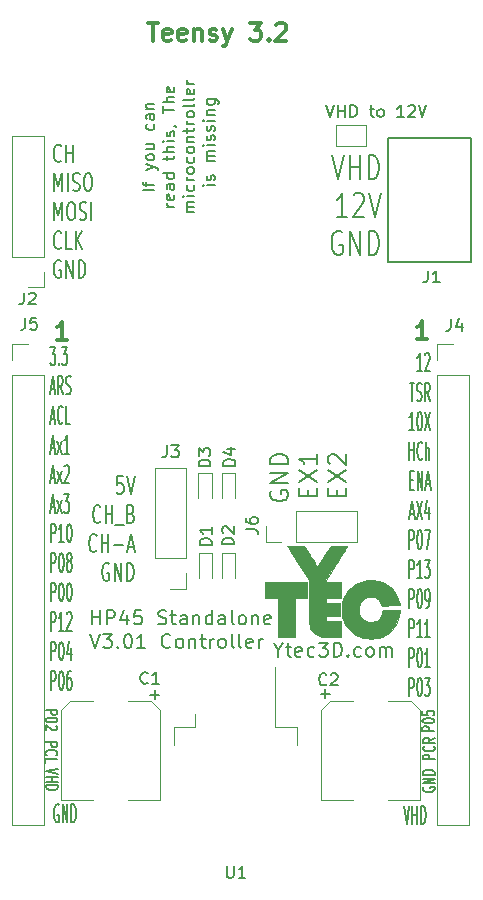
<source format=gbr>
G04 #@! TF.FileFunction,Legend,Top*
%FSLAX46Y46*%
G04 Gerber Fmt 4.6, Leading zero omitted, Abs format (unit mm)*
G04 Created by KiCad (PCBNEW 4.0.6) date 10/21/18 17:35:00*
%MOMM*%
%LPD*%
G01*
G04 APERTURE LIST*
%ADD10C,0.100000*%
%ADD11C,0.175000*%
%ADD12C,0.200000*%
%ADD13C,0.300000*%
%ADD14C,0.120000*%
%ADD15C,0.150000*%
%ADD16C,0.010000*%
G04 APERTURE END LIST*
D10*
D11*
X83497619Y-79640000D02*
X84497619Y-79640000D01*
X84497619Y-79906666D01*
X84450000Y-79973333D01*
X84402381Y-80006666D01*
X84307143Y-80040000D01*
X84164286Y-80040000D01*
X84069048Y-80006666D01*
X84021429Y-79973333D01*
X83973810Y-79906666D01*
X83973810Y-79640000D01*
X84497619Y-80473333D02*
X84497619Y-80540000D01*
X84450000Y-80606666D01*
X84402381Y-80640000D01*
X84307143Y-80673333D01*
X84116667Y-80706666D01*
X83878571Y-80706666D01*
X83688095Y-80673333D01*
X83592857Y-80640000D01*
X83545238Y-80606666D01*
X83497619Y-80540000D01*
X83497619Y-80473333D01*
X83545238Y-80406666D01*
X83592857Y-80373333D01*
X83688095Y-80340000D01*
X83878571Y-80306666D01*
X84116667Y-80306666D01*
X84307143Y-80340000D01*
X84402381Y-80373333D01*
X84450000Y-80406666D01*
X84497619Y-80473333D01*
X84402381Y-80973333D02*
X84450000Y-81006667D01*
X84497619Y-81073333D01*
X84497619Y-81240000D01*
X84450000Y-81306667D01*
X84402381Y-81340000D01*
X84307143Y-81373333D01*
X84211905Y-81373333D01*
X84069048Y-81340000D01*
X83497619Y-80940000D01*
X83497619Y-81373333D01*
X83477619Y-82383334D02*
X84477619Y-82383334D01*
X84477619Y-82650000D01*
X84430000Y-82716667D01*
X84382381Y-82750000D01*
X84287143Y-82783334D01*
X84144286Y-82783334D01*
X84049048Y-82750000D01*
X84001429Y-82716667D01*
X83953810Y-82650000D01*
X83953810Y-82383334D01*
X83572857Y-83483334D02*
X83525238Y-83450000D01*
X83477619Y-83350000D01*
X83477619Y-83283334D01*
X83525238Y-83183334D01*
X83620476Y-83116667D01*
X83715714Y-83083334D01*
X83906190Y-83050000D01*
X84049048Y-83050000D01*
X84239524Y-83083334D01*
X84334762Y-83116667D01*
X84430000Y-83183334D01*
X84477619Y-83283334D01*
X84477619Y-83350000D01*
X84430000Y-83450000D01*
X84382381Y-83483334D01*
X83477619Y-84116667D02*
X83477619Y-83783334D01*
X84477619Y-83783334D01*
X84537619Y-84610001D02*
X83537619Y-84843334D01*
X84537619Y-85076667D01*
X83537619Y-85310001D02*
X84537619Y-85310001D01*
X84061429Y-85310001D02*
X84061429Y-85710001D01*
X83537619Y-85710001D02*
X84537619Y-85710001D01*
X83537619Y-86043334D02*
X84537619Y-86043334D01*
X84537619Y-86210000D01*
X84490000Y-86310000D01*
X84394762Y-86376667D01*
X84299524Y-86410000D01*
X84109048Y-86443334D01*
X83966190Y-86443334D01*
X83775714Y-86410000D01*
X83680476Y-86376667D01*
X83585238Y-86310000D01*
X83537619Y-86210000D01*
X83537619Y-86043334D01*
X116392381Y-81440000D02*
X115392381Y-81440000D01*
X115392381Y-81173334D01*
X115440000Y-81106667D01*
X115487619Y-81073334D01*
X115582857Y-81040000D01*
X115725714Y-81040000D01*
X115820952Y-81073334D01*
X115868571Y-81106667D01*
X115916190Y-81173334D01*
X115916190Y-81440000D01*
X115392381Y-80606667D02*
X115392381Y-80540000D01*
X115440000Y-80473334D01*
X115487619Y-80440000D01*
X115582857Y-80406667D01*
X115773333Y-80373334D01*
X116011429Y-80373334D01*
X116201905Y-80406667D01*
X116297143Y-80440000D01*
X116344762Y-80473334D01*
X116392381Y-80540000D01*
X116392381Y-80606667D01*
X116344762Y-80673334D01*
X116297143Y-80706667D01*
X116201905Y-80740000D01*
X116011429Y-80773334D01*
X115773333Y-80773334D01*
X115582857Y-80740000D01*
X115487619Y-80706667D01*
X115440000Y-80673334D01*
X115392381Y-80606667D01*
X115392381Y-79740000D02*
X115392381Y-80073333D01*
X115868571Y-80106667D01*
X115820952Y-80073333D01*
X115773333Y-80006667D01*
X115773333Y-79840000D01*
X115820952Y-79773333D01*
X115868571Y-79740000D01*
X115963810Y-79706667D01*
X116201905Y-79706667D01*
X116297143Y-79740000D01*
X116344762Y-79773333D01*
X116392381Y-79840000D01*
X116392381Y-80006667D01*
X116344762Y-80073333D01*
X116297143Y-80106667D01*
X116452381Y-83833333D02*
X115452381Y-83833333D01*
X115452381Y-83566667D01*
X115500000Y-83500000D01*
X115547619Y-83466667D01*
X115642857Y-83433333D01*
X115785714Y-83433333D01*
X115880952Y-83466667D01*
X115928571Y-83500000D01*
X115976190Y-83566667D01*
X115976190Y-83833333D01*
X116357143Y-82733333D02*
X116404762Y-82766667D01*
X116452381Y-82866667D01*
X116452381Y-82933333D01*
X116404762Y-83033333D01*
X116309524Y-83100000D01*
X116214286Y-83133333D01*
X116023810Y-83166667D01*
X115880952Y-83166667D01*
X115690476Y-83133333D01*
X115595238Y-83100000D01*
X115500000Y-83033333D01*
X115452381Y-82933333D01*
X115452381Y-82866667D01*
X115500000Y-82766667D01*
X115547619Y-82733333D01*
X116452381Y-82033333D02*
X115976190Y-82266667D01*
X116452381Y-82433333D02*
X115452381Y-82433333D01*
X115452381Y-82166667D01*
X115500000Y-82100000D01*
X115547619Y-82066667D01*
X115642857Y-82033333D01*
X115785714Y-82033333D01*
X115880952Y-82066667D01*
X115928571Y-82100000D01*
X115976190Y-82166667D01*
X115976190Y-82433333D01*
X115480000Y-86193333D02*
X115432381Y-86259999D01*
X115432381Y-86359999D01*
X115480000Y-86459999D01*
X115575238Y-86526666D01*
X115670476Y-86559999D01*
X115860952Y-86593333D01*
X116003810Y-86593333D01*
X116194286Y-86559999D01*
X116289524Y-86526666D01*
X116384762Y-86459999D01*
X116432381Y-86359999D01*
X116432381Y-86293333D01*
X116384762Y-86193333D01*
X116337143Y-86159999D01*
X116003810Y-86159999D01*
X116003810Y-86293333D01*
X116432381Y-85859999D02*
X115432381Y-85859999D01*
X116432381Y-85459999D01*
X115432381Y-85459999D01*
X116432381Y-85126666D02*
X115432381Y-85126666D01*
X115432381Y-84960000D01*
X115480000Y-84860000D01*
X115575238Y-84793333D01*
X115670476Y-84760000D01*
X115860952Y-84726666D01*
X116003810Y-84726666D01*
X116194286Y-84760000D01*
X116289524Y-84793333D01*
X116384762Y-84860000D01*
X116432381Y-84960000D01*
X116432381Y-85126666D01*
X113833334Y-87771190D02*
X114066667Y-89321190D01*
X114300000Y-87771190D01*
X114533334Y-89321190D02*
X114533334Y-87771190D01*
X114533334Y-88509286D02*
X114933334Y-88509286D01*
X114933334Y-89321190D02*
X114933334Y-87771190D01*
X115266667Y-89321190D02*
X115266667Y-87771190D01*
X115433333Y-87771190D01*
X115533333Y-87845000D01*
X115600000Y-87992619D01*
X115633333Y-88140238D01*
X115666667Y-88435476D01*
X115666667Y-88656905D01*
X115633333Y-88952143D01*
X115600000Y-89099762D01*
X115533333Y-89247381D01*
X115433333Y-89321190D01*
X115266667Y-89321190D01*
X115359999Y-50991190D02*
X114959999Y-50991190D01*
X115159999Y-50991190D02*
X115159999Y-49441190D01*
X115093333Y-49662619D01*
X115026666Y-49810238D01*
X114959999Y-49884048D01*
X115626666Y-49588810D02*
X115660000Y-49515000D01*
X115726666Y-49441190D01*
X115893333Y-49441190D01*
X115960000Y-49515000D01*
X115993333Y-49588810D01*
X116026666Y-49736429D01*
X116026666Y-49884048D01*
X115993333Y-50105476D01*
X115593333Y-50991190D01*
X116026666Y-50991190D01*
X114326667Y-51941190D02*
X114726667Y-51941190D01*
X114526667Y-53491190D02*
X114526667Y-51941190D01*
X114926666Y-53417381D02*
X115026666Y-53491190D01*
X115193333Y-53491190D01*
X115260000Y-53417381D01*
X115293333Y-53343571D01*
X115326666Y-53195952D01*
X115326666Y-53048333D01*
X115293333Y-52900714D01*
X115260000Y-52826905D01*
X115193333Y-52753095D01*
X115060000Y-52679286D01*
X114993333Y-52605476D01*
X114960000Y-52531667D01*
X114926666Y-52384048D01*
X114926666Y-52236429D01*
X114960000Y-52088810D01*
X114993333Y-52015000D01*
X115060000Y-51941190D01*
X115226666Y-51941190D01*
X115326666Y-52015000D01*
X116026667Y-53491190D02*
X115793333Y-52753095D01*
X115626667Y-53491190D02*
X115626667Y-51941190D01*
X115893333Y-51941190D01*
X115960000Y-52015000D01*
X115993333Y-52088810D01*
X116026667Y-52236429D01*
X116026667Y-52457857D01*
X115993333Y-52605476D01*
X115960000Y-52679286D01*
X115893333Y-52753095D01*
X115626667Y-52753095D01*
X114693332Y-55991190D02*
X114293332Y-55991190D01*
X114493332Y-55991190D02*
X114493332Y-54441190D01*
X114426666Y-54662619D01*
X114359999Y-54810238D01*
X114293332Y-54884048D01*
X115126666Y-54441190D02*
X115193333Y-54441190D01*
X115259999Y-54515000D01*
X115293333Y-54588810D01*
X115326666Y-54736429D01*
X115359999Y-55031667D01*
X115359999Y-55400714D01*
X115326666Y-55695952D01*
X115293333Y-55843571D01*
X115259999Y-55917381D01*
X115193333Y-55991190D01*
X115126666Y-55991190D01*
X115059999Y-55917381D01*
X115026666Y-55843571D01*
X114993333Y-55695952D01*
X114959999Y-55400714D01*
X114959999Y-55031667D01*
X114993333Y-54736429D01*
X115026666Y-54588810D01*
X115059999Y-54515000D01*
X115126666Y-54441190D01*
X115593333Y-54441190D02*
X116060000Y-55991190D01*
X116060000Y-54441190D02*
X115593333Y-55991190D01*
X114260001Y-58491190D02*
X114260001Y-56941190D01*
X114260001Y-57679286D02*
X114660001Y-57679286D01*
X114660001Y-58491190D02*
X114660001Y-56941190D01*
X115393334Y-58343571D02*
X115360000Y-58417381D01*
X115260000Y-58491190D01*
X115193334Y-58491190D01*
X115093334Y-58417381D01*
X115026667Y-58269762D01*
X114993334Y-58122143D01*
X114960000Y-57826905D01*
X114960000Y-57605476D01*
X114993334Y-57310238D01*
X115026667Y-57162619D01*
X115093334Y-57015000D01*
X115193334Y-56941190D01*
X115260000Y-56941190D01*
X115360000Y-57015000D01*
X115393334Y-57088810D01*
X115693334Y-58491190D02*
X115693334Y-56941190D01*
X115993334Y-58491190D02*
X115993334Y-57679286D01*
X115960000Y-57531667D01*
X115893334Y-57457857D01*
X115793334Y-57457857D01*
X115726667Y-57531667D01*
X115693334Y-57605476D01*
X114360001Y-60179286D02*
X114593334Y-60179286D01*
X114693334Y-60991190D02*
X114360001Y-60991190D01*
X114360001Y-59441190D01*
X114693334Y-59441190D01*
X114993334Y-60991190D02*
X114993334Y-59441190D01*
X115393334Y-60991190D01*
X115393334Y-59441190D01*
X115693333Y-60548333D02*
X116026667Y-60548333D01*
X115626667Y-60991190D02*
X115860000Y-59441190D01*
X116093333Y-60991190D01*
X114359999Y-63048333D02*
X114693333Y-63048333D01*
X114293333Y-63491190D02*
X114526666Y-61941190D01*
X114759999Y-63491190D01*
X114926666Y-61941190D02*
X115393333Y-63491190D01*
X115393333Y-61941190D02*
X114926666Y-63491190D01*
X115960000Y-62457857D02*
X115960000Y-63491190D01*
X115793333Y-61867381D02*
X115626666Y-62974524D01*
X116060000Y-62974524D01*
X114293333Y-65991190D02*
X114293333Y-64441190D01*
X114559999Y-64441190D01*
X114626666Y-64515000D01*
X114659999Y-64588810D01*
X114693333Y-64736429D01*
X114693333Y-64957857D01*
X114659999Y-65105476D01*
X114626666Y-65179286D01*
X114559999Y-65253095D01*
X114293333Y-65253095D01*
X115126666Y-64441190D02*
X115193333Y-64441190D01*
X115259999Y-64515000D01*
X115293333Y-64588810D01*
X115326666Y-64736429D01*
X115359999Y-65031667D01*
X115359999Y-65400714D01*
X115326666Y-65695952D01*
X115293333Y-65843571D01*
X115259999Y-65917381D01*
X115193333Y-65991190D01*
X115126666Y-65991190D01*
X115059999Y-65917381D01*
X115026666Y-65843571D01*
X114993333Y-65695952D01*
X114959999Y-65400714D01*
X114959999Y-65031667D01*
X114993333Y-64736429D01*
X115026666Y-64588810D01*
X115059999Y-64515000D01*
X115126666Y-64441190D01*
X115593333Y-64441190D02*
X116060000Y-64441190D01*
X115760000Y-65991190D01*
X114293333Y-68491190D02*
X114293333Y-66941190D01*
X114559999Y-66941190D01*
X114626666Y-67015000D01*
X114659999Y-67088810D01*
X114693333Y-67236429D01*
X114693333Y-67457857D01*
X114659999Y-67605476D01*
X114626666Y-67679286D01*
X114559999Y-67753095D01*
X114293333Y-67753095D01*
X115359999Y-68491190D02*
X114959999Y-68491190D01*
X115159999Y-68491190D02*
X115159999Y-66941190D01*
X115093333Y-67162619D01*
X115026666Y-67310238D01*
X114959999Y-67384048D01*
X115593333Y-66941190D02*
X116026666Y-66941190D01*
X115793333Y-67531667D01*
X115893333Y-67531667D01*
X115960000Y-67605476D01*
X115993333Y-67679286D01*
X116026666Y-67826905D01*
X116026666Y-68195952D01*
X115993333Y-68343571D01*
X115960000Y-68417381D01*
X115893333Y-68491190D01*
X115693333Y-68491190D01*
X115626666Y-68417381D01*
X115593333Y-68343571D01*
X114293333Y-70991190D02*
X114293333Y-69441190D01*
X114559999Y-69441190D01*
X114626666Y-69515000D01*
X114659999Y-69588810D01*
X114693333Y-69736429D01*
X114693333Y-69957857D01*
X114659999Y-70105476D01*
X114626666Y-70179286D01*
X114559999Y-70253095D01*
X114293333Y-70253095D01*
X115126666Y-69441190D02*
X115193333Y-69441190D01*
X115259999Y-69515000D01*
X115293333Y-69588810D01*
X115326666Y-69736429D01*
X115359999Y-70031667D01*
X115359999Y-70400714D01*
X115326666Y-70695952D01*
X115293333Y-70843571D01*
X115259999Y-70917381D01*
X115193333Y-70991190D01*
X115126666Y-70991190D01*
X115059999Y-70917381D01*
X115026666Y-70843571D01*
X114993333Y-70695952D01*
X114959999Y-70400714D01*
X114959999Y-70031667D01*
X114993333Y-69736429D01*
X115026666Y-69588810D01*
X115059999Y-69515000D01*
X115126666Y-69441190D01*
X115693333Y-70991190D02*
X115826666Y-70991190D01*
X115893333Y-70917381D01*
X115926666Y-70843571D01*
X115993333Y-70622143D01*
X116026666Y-70326905D01*
X116026666Y-69736429D01*
X115993333Y-69588810D01*
X115960000Y-69515000D01*
X115893333Y-69441190D01*
X115760000Y-69441190D01*
X115693333Y-69515000D01*
X115660000Y-69588810D01*
X115626666Y-69736429D01*
X115626666Y-70105476D01*
X115660000Y-70253095D01*
X115693333Y-70326905D01*
X115760000Y-70400714D01*
X115893333Y-70400714D01*
X115960000Y-70326905D01*
X115993333Y-70253095D01*
X116026666Y-70105476D01*
X114293333Y-73491190D02*
X114293333Y-71941190D01*
X114559999Y-71941190D01*
X114626666Y-72015000D01*
X114659999Y-72088810D01*
X114693333Y-72236429D01*
X114693333Y-72457857D01*
X114659999Y-72605476D01*
X114626666Y-72679286D01*
X114559999Y-72753095D01*
X114293333Y-72753095D01*
X115359999Y-73491190D02*
X114959999Y-73491190D01*
X115159999Y-73491190D02*
X115159999Y-71941190D01*
X115093333Y-72162619D01*
X115026666Y-72310238D01*
X114959999Y-72384048D01*
X116026666Y-73491190D02*
X115626666Y-73491190D01*
X115826666Y-73491190D02*
X115826666Y-71941190D01*
X115760000Y-72162619D01*
X115693333Y-72310238D01*
X115626666Y-72384048D01*
X114293333Y-75991190D02*
X114293333Y-74441190D01*
X114559999Y-74441190D01*
X114626666Y-74515000D01*
X114659999Y-74588810D01*
X114693333Y-74736429D01*
X114693333Y-74957857D01*
X114659999Y-75105476D01*
X114626666Y-75179286D01*
X114559999Y-75253095D01*
X114293333Y-75253095D01*
X115126666Y-74441190D02*
X115193333Y-74441190D01*
X115259999Y-74515000D01*
X115293333Y-74588810D01*
X115326666Y-74736429D01*
X115359999Y-75031667D01*
X115359999Y-75400714D01*
X115326666Y-75695952D01*
X115293333Y-75843571D01*
X115259999Y-75917381D01*
X115193333Y-75991190D01*
X115126666Y-75991190D01*
X115059999Y-75917381D01*
X115026666Y-75843571D01*
X114993333Y-75695952D01*
X114959999Y-75400714D01*
X114959999Y-75031667D01*
X114993333Y-74736429D01*
X115026666Y-74588810D01*
X115059999Y-74515000D01*
X115126666Y-74441190D01*
X116026666Y-75991190D02*
X115626666Y-75991190D01*
X115826666Y-75991190D02*
X115826666Y-74441190D01*
X115760000Y-74662619D01*
X115693333Y-74810238D01*
X115626666Y-74884048D01*
X114293333Y-78491190D02*
X114293333Y-76941190D01*
X114559999Y-76941190D01*
X114626666Y-77015000D01*
X114659999Y-77088810D01*
X114693333Y-77236429D01*
X114693333Y-77457857D01*
X114659999Y-77605476D01*
X114626666Y-77679286D01*
X114559999Y-77753095D01*
X114293333Y-77753095D01*
X115126666Y-76941190D02*
X115193333Y-76941190D01*
X115259999Y-77015000D01*
X115293333Y-77088810D01*
X115326666Y-77236429D01*
X115359999Y-77531667D01*
X115359999Y-77900714D01*
X115326666Y-78195952D01*
X115293333Y-78343571D01*
X115259999Y-78417381D01*
X115193333Y-78491190D01*
X115126666Y-78491190D01*
X115059999Y-78417381D01*
X115026666Y-78343571D01*
X114993333Y-78195952D01*
X114959999Y-77900714D01*
X114959999Y-77531667D01*
X114993333Y-77236429D01*
X115026666Y-77088810D01*
X115059999Y-77015000D01*
X115126666Y-76941190D01*
X115593333Y-76941190D02*
X116026666Y-76941190D01*
X115793333Y-77531667D01*
X115893333Y-77531667D01*
X115960000Y-77605476D01*
X115993333Y-77679286D01*
X116026666Y-77826905D01*
X116026666Y-78195952D01*
X115993333Y-78343571D01*
X115960000Y-78417381D01*
X115893333Y-78491190D01*
X115693333Y-78491190D01*
X115626666Y-78417381D01*
X115593333Y-78343571D01*
X84603333Y-87705000D02*
X84536667Y-87631190D01*
X84436667Y-87631190D01*
X84336667Y-87705000D01*
X84270000Y-87852619D01*
X84236667Y-88000238D01*
X84203333Y-88295476D01*
X84203333Y-88516905D01*
X84236667Y-88812143D01*
X84270000Y-88959762D01*
X84336667Y-89107381D01*
X84436667Y-89181190D01*
X84503333Y-89181190D01*
X84603333Y-89107381D01*
X84636667Y-89033571D01*
X84636667Y-88516905D01*
X84503333Y-88516905D01*
X84936667Y-89181190D02*
X84936667Y-87631190D01*
X85336667Y-89181190D01*
X85336667Y-87631190D01*
X85670000Y-89181190D02*
X85670000Y-87631190D01*
X85836666Y-87631190D01*
X85936666Y-87705000D01*
X86003333Y-87852619D01*
X86036666Y-88000238D01*
X86070000Y-88295476D01*
X86070000Y-88516905D01*
X86036666Y-88812143D01*
X86003333Y-88959762D01*
X85936666Y-89107381D01*
X85836666Y-89181190D01*
X85670000Y-89181190D01*
X83890000Y-48891190D02*
X84323333Y-48891190D01*
X84090000Y-49481667D01*
X84190000Y-49481667D01*
X84256667Y-49555476D01*
X84290000Y-49629286D01*
X84323333Y-49776905D01*
X84323333Y-50145952D01*
X84290000Y-50293571D01*
X84256667Y-50367381D01*
X84190000Y-50441190D01*
X83990000Y-50441190D01*
X83923333Y-50367381D01*
X83890000Y-50293571D01*
X84623334Y-50293571D02*
X84656667Y-50367381D01*
X84623334Y-50441190D01*
X84590000Y-50367381D01*
X84623334Y-50293571D01*
X84623334Y-50441190D01*
X84890000Y-48891190D02*
X85323333Y-48891190D01*
X85090000Y-49481667D01*
X85190000Y-49481667D01*
X85256667Y-49555476D01*
X85290000Y-49629286D01*
X85323333Y-49776905D01*
X85323333Y-50145952D01*
X85290000Y-50293571D01*
X85256667Y-50367381D01*
X85190000Y-50441190D01*
X84990000Y-50441190D01*
X84923333Y-50367381D01*
X84890000Y-50293571D01*
X83923333Y-52498333D02*
X84256667Y-52498333D01*
X83856667Y-52941190D02*
X84090000Y-51391190D01*
X84323333Y-52941190D01*
X84956667Y-52941190D02*
X84723333Y-52203095D01*
X84556667Y-52941190D02*
X84556667Y-51391190D01*
X84823333Y-51391190D01*
X84890000Y-51465000D01*
X84923333Y-51538810D01*
X84956667Y-51686429D01*
X84956667Y-51907857D01*
X84923333Y-52055476D01*
X84890000Y-52129286D01*
X84823333Y-52203095D01*
X84556667Y-52203095D01*
X85223333Y-52867381D02*
X85323333Y-52941190D01*
X85490000Y-52941190D01*
X85556667Y-52867381D01*
X85590000Y-52793571D01*
X85623333Y-52645952D01*
X85623333Y-52498333D01*
X85590000Y-52350714D01*
X85556667Y-52276905D01*
X85490000Y-52203095D01*
X85356667Y-52129286D01*
X85290000Y-52055476D01*
X85256667Y-51981667D01*
X85223333Y-51834048D01*
X85223333Y-51686429D01*
X85256667Y-51538810D01*
X85290000Y-51465000D01*
X85356667Y-51391190D01*
X85523333Y-51391190D01*
X85623333Y-51465000D01*
X83923333Y-54998333D02*
X84256667Y-54998333D01*
X83856667Y-55441190D02*
X84090000Y-53891190D01*
X84323333Y-55441190D01*
X84956667Y-55293571D02*
X84923333Y-55367381D01*
X84823333Y-55441190D01*
X84756667Y-55441190D01*
X84656667Y-55367381D01*
X84590000Y-55219762D01*
X84556667Y-55072143D01*
X84523333Y-54776905D01*
X84523333Y-54555476D01*
X84556667Y-54260238D01*
X84590000Y-54112619D01*
X84656667Y-53965000D01*
X84756667Y-53891190D01*
X84823333Y-53891190D01*
X84923333Y-53965000D01*
X84956667Y-54038810D01*
X85590000Y-55441190D02*
X85256667Y-55441190D01*
X85256667Y-53891190D01*
X83923333Y-57498333D02*
X84256667Y-57498333D01*
X83856667Y-57941190D02*
X84090000Y-56391190D01*
X84323333Y-57941190D01*
X84490000Y-57941190D02*
X84856667Y-56907857D01*
X84490000Y-56907857D02*
X84856667Y-57941190D01*
X85490000Y-57941190D02*
X85090000Y-57941190D01*
X85290000Y-57941190D02*
X85290000Y-56391190D01*
X85223334Y-56612619D01*
X85156667Y-56760238D01*
X85090000Y-56834048D01*
X83923333Y-59998333D02*
X84256667Y-59998333D01*
X83856667Y-60441190D02*
X84090000Y-58891190D01*
X84323333Y-60441190D01*
X84490000Y-60441190D02*
X84856667Y-59407857D01*
X84490000Y-59407857D02*
X84856667Y-60441190D01*
X85090000Y-59038810D02*
X85123334Y-58965000D01*
X85190000Y-58891190D01*
X85356667Y-58891190D01*
X85423334Y-58965000D01*
X85456667Y-59038810D01*
X85490000Y-59186429D01*
X85490000Y-59334048D01*
X85456667Y-59555476D01*
X85056667Y-60441190D01*
X85490000Y-60441190D01*
X83923333Y-62498333D02*
X84256667Y-62498333D01*
X83856667Y-62941190D02*
X84090000Y-61391190D01*
X84323333Y-62941190D01*
X84490000Y-62941190D02*
X84856667Y-61907857D01*
X84490000Y-61907857D02*
X84856667Y-62941190D01*
X85056667Y-61391190D02*
X85490000Y-61391190D01*
X85256667Y-61981667D01*
X85356667Y-61981667D01*
X85423334Y-62055476D01*
X85456667Y-62129286D01*
X85490000Y-62276905D01*
X85490000Y-62645952D01*
X85456667Y-62793571D01*
X85423334Y-62867381D01*
X85356667Y-62941190D01*
X85156667Y-62941190D01*
X85090000Y-62867381D01*
X85056667Y-62793571D01*
X83956667Y-65441190D02*
X83956667Y-63891190D01*
X84223333Y-63891190D01*
X84290000Y-63965000D01*
X84323333Y-64038810D01*
X84356667Y-64186429D01*
X84356667Y-64407857D01*
X84323333Y-64555476D01*
X84290000Y-64629286D01*
X84223333Y-64703095D01*
X83956667Y-64703095D01*
X85023333Y-65441190D02*
X84623333Y-65441190D01*
X84823333Y-65441190D02*
X84823333Y-63891190D01*
X84756667Y-64112619D01*
X84690000Y-64260238D01*
X84623333Y-64334048D01*
X85456667Y-63891190D02*
X85523334Y-63891190D01*
X85590000Y-63965000D01*
X85623334Y-64038810D01*
X85656667Y-64186429D01*
X85690000Y-64481667D01*
X85690000Y-64850714D01*
X85656667Y-65145952D01*
X85623334Y-65293571D01*
X85590000Y-65367381D01*
X85523334Y-65441190D01*
X85456667Y-65441190D01*
X85390000Y-65367381D01*
X85356667Y-65293571D01*
X85323334Y-65145952D01*
X85290000Y-64850714D01*
X85290000Y-64481667D01*
X85323334Y-64186429D01*
X85356667Y-64038810D01*
X85390000Y-63965000D01*
X85456667Y-63891190D01*
X83956667Y-67941190D02*
X83956667Y-66391190D01*
X84223333Y-66391190D01*
X84290000Y-66465000D01*
X84323333Y-66538810D01*
X84356667Y-66686429D01*
X84356667Y-66907857D01*
X84323333Y-67055476D01*
X84290000Y-67129286D01*
X84223333Y-67203095D01*
X83956667Y-67203095D01*
X84790000Y-66391190D02*
X84856667Y-66391190D01*
X84923333Y-66465000D01*
X84956667Y-66538810D01*
X84990000Y-66686429D01*
X85023333Y-66981667D01*
X85023333Y-67350714D01*
X84990000Y-67645952D01*
X84956667Y-67793571D01*
X84923333Y-67867381D01*
X84856667Y-67941190D01*
X84790000Y-67941190D01*
X84723333Y-67867381D01*
X84690000Y-67793571D01*
X84656667Y-67645952D01*
X84623333Y-67350714D01*
X84623333Y-66981667D01*
X84656667Y-66686429D01*
X84690000Y-66538810D01*
X84723333Y-66465000D01*
X84790000Y-66391190D01*
X85423334Y-67055476D02*
X85356667Y-66981667D01*
X85323334Y-66907857D01*
X85290000Y-66760238D01*
X85290000Y-66686429D01*
X85323334Y-66538810D01*
X85356667Y-66465000D01*
X85423334Y-66391190D01*
X85556667Y-66391190D01*
X85623334Y-66465000D01*
X85656667Y-66538810D01*
X85690000Y-66686429D01*
X85690000Y-66760238D01*
X85656667Y-66907857D01*
X85623334Y-66981667D01*
X85556667Y-67055476D01*
X85423334Y-67055476D01*
X85356667Y-67129286D01*
X85323334Y-67203095D01*
X85290000Y-67350714D01*
X85290000Y-67645952D01*
X85323334Y-67793571D01*
X85356667Y-67867381D01*
X85423334Y-67941190D01*
X85556667Y-67941190D01*
X85623334Y-67867381D01*
X85656667Y-67793571D01*
X85690000Y-67645952D01*
X85690000Y-67350714D01*
X85656667Y-67203095D01*
X85623334Y-67129286D01*
X85556667Y-67055476D01*
X83956667Y-70441190D02*
X83956667Y-68891190D01*
X84223333Y-68891190D01*
X84290000Y-68965000D01*
X84323333Y-69038810D01*
X84356667Y-69186429D01*
X84356667Y-69407857D01*
X84323333Y-69555476D01*
X84290000Y-69629286D01*
X84223333Y-69703095D01*
X83956667Y-69703095D01*
X84790000Y-68891190D02*
X84856667Y-68891190D01*
X84923333Y-68965000D01*
X84956667Y-69038810D01*
X84990000Y-69186429D01*
X85023333Y-69481667D01*
X85023333Y-69850714D01*
X84990000Y-70145952D01*
X84956667Y-70293571D01*
X84923333Y-70367381D01*
X84856667Y-70441190D01*
X84790000Y-70441190D01*
X84723333Y-70367381D01*
X84690000Y-70293571D01*
X84656667Y-70145952D01*
X84623333Y-69850714D01*
X84623333Y-69481667D01*
X84656667Y-69186429D01*
X84690000Y-69038810D01*
X84723333Y-68965000D01*
X84790000Y-68891190D01*
X85456667Y-68891190D02*
X85523334Y-68891190D01*
X85590000Y-68965000D01*
X85623334Y-69038810D01*
X85656667Y-69186429D01*
X85690000Y-69481667D01*
X85690000Y-69850714D01*
X85656667Y-70145952D01*
X85623334Y-70293571D01*
X85590000Y-70367381D01*
X85523334Y-70441190D01*
X85456667Y-70441190D01*
X85390000Y-70367381D01*
X85356667Y-70293571D01*
X85323334Y-70145952D01*
X85290000Y-69850714D01*
X85290000Y-69481667D01*
X85323334Y-69186429D01*
X85356667Y-69038810D01*
X85390000Y-68965000D01*
X85456667Y-68891190D01*
X83956667Y-72941190D02*
X83956667Y-71391190D01*
X84223333Y-71391190D01*
X84290000Y-71465000D01*
X84323333Y-71538810D01*
X84356667Y-71686429D01*
X84356667Y-71907857D01*
X84323333Y-72055476D01*
X84290000Y-72129286D01*
X84223333Y-72203095D01*
X83956667Y-72203095D01*
X85023333Y-72941190D02*
X84623333Y-72941190D01*
X84823333Y-72941190D02*
X84823333Y-71391190D01*
X84756667Y-71612619D01*
X84690000Y-71760238D01*
X84623333Y-71834048D01*
X85290000Y-71538810D02*
X85323334Y-71465000D01*
X85390000Y-71391190D01*
X85556667Y-71391190D01*
X85623334Y-71465000D01*
X85656667Y-71538810D01*
X85690000Y-71686429D01*
X85690000Y-71834048D01*
X85656667Y-72055476D01*
X85256667Y-72941190D01*
X85690000Y-72941190D01*
X83956667Y-75441190D02*
X83956667Y-73891190D01*
X84223333Y-73891190D01*
X84290000Y-73965000D01*
X84323333Y-74038810D01*
X84356667Y-74186429D01*
X84356667Y-74407857D01*
X84323333Y-74555476D01*
X84290000Y-74629286D01*
X84223333Y-74703095D01*
X83956667Y-74703095D01*
X84790000Y-73891190D02*
X84856667Y-73891190D01*
X84923333Y-73965000D01*
X84956667Y-74038810D01*
X84990000Y-74186429D01*
X85023333Y-74481667D01*
X85023333Y-74850714D01*
X84990000Y-75145952D01*
X84956667Y-75293571D01*
X84923333Y-75367381D01*
X84856667Y-75441190D01*
X84790000Y-75441190D01*
X84723333Y-75367381D01*
X84690000Y-75293571D01*
X84656667Y-75145952D01*
X84623333Y-74850714D01*
X84623333Y-74481667D01*
X84656667Y-74186429D01*
X84690000Y-74038810D01*
X84723333Y-73965000D01*
X84790000Y-73891190D01*
X85623334Y-74407857D02*
X85623334Y-75441190D01*
X85456667Y-73817381D02*
X85290000Y-74924524D01*
X85723334Y-74924524D01*
X83956667Y-77941190D02*
X83956667Y-76391190D01*
X84223333Y-76391190D01*
X84290000Y-76465000D01*
X84323333Y-76538810D01*
X84356667Y-76686429D01*
X84356667Y-76907857D01*
X84323333Y-77055476D01*
X84290000Y-77129286D01*
X84223333Y-77203095D01*
X83956667Y-77203095D01*
X84790000Y-76391190D02*
X84856667Y-76391190D01*
X84923333Y-76465000D01*
X84956667Y-76538810D01*
X84990000Y-76686429D01*
X85023333Y-76981667D01*
X85023333Y-77350714D01*
X84990000Y-77645952D01*
X84956667Y-77793571D01*
X84923333Y-77867381D01*
X84856667Y-77941190D01*
X84790000Y-77941190D01*
X84723333Y-77867381D01*
X84690000Y-77793571D01*
X84656667Y-77645952D01*
X84623333Y-77350714D01*
X84623333Y-76981667D01*
X84656667Y-76686429D01*
X84690000Y-76538810D01*
X84723333Y-76465000D01*
X84790000Y-76391190D01*
X85623334Y-76391190D02*
X85490000Y-76391190D01*
X85423334Y-76465000D01*
X85390000Y-76538810D01*
X85323334Y-76760238D01*
X85290000Y-77055476D01*
X85290000Y-77645952D01*
X85323334Y-77793571D01*
X85356667Y-77867381D01*
X85423334Y-77941190D01*
X85556667Y-77941190D01*
X85623334Y-77867381D01*
X85656667Y-77793571D01*
X85690000Y-77645952D01*
X85690000Y-77276905D01*
X85656667Y-77129286D01*
X85623334Y-77055476D01*
X85556667Y-76981667D01*
X85423334Y-76981667D01*
X85356667Y-77055476D01*
X85323334Y-77129286D01*
X85290000Y-77276905D01*
D12*
X92702381Y-35647620D02*
X91702381Y-35647620D01*
X92035714Y-35314287D02*
X92035714Y-34933335D01*
X92702381Y-35171430D02*
X91845238Y-35171430D01*
X91750000Y-35123811D01*
X91702381Y-35028573D01*
X91702381Y-34933335D01*
X92035714Y-33933334D02*
X92702381Y-33695239D01*
X92035714Y-33457143D02*
X92702381Y-33695239D01*
X92940476Y-33790477D01*
X92988095Y-33838096D01*
X93035714Y-33933334D01*
X92702381Y-32933334D02*
X92654762Y-33028572D01*
X92607143Y-33076191D01*
X92511905Y-33123810D01*
X92226190Y-33123810D01*
X92130952Y-33076191D01*
X92083333Y-33028572D01*
X92035714Y-32933334D01*
X92035714Y-32790476D01*
X92083333Y-32695238D01*
X92130952Y-32647619D01*
X92226190Y-32600000D01*
X92511905Y-32600000D01*
X92607143Y-32647619D01*
X92654762Y-32695238D01*
X92702381Y-32790476D01*
X92702381Y-32933334D01*
X92035714Y-31742857D02*
X92702381Y-31742857D01*
X92035714Y-32171429D02*
X92559524Y-32171429D01*
X92654762Y-32123810D01*
X92702381Y-32028572D01*
X92702381Y-31885714D01*
X92654762Y-31790476D01*
X92607143Y-31742857D01*
X92654762Y-30076190D02*
X92702381Y-30171428D01*
X92702381Y-30361905D01*
X92654762Y-30457143D01*
X92607143Y-30504762D01*
X92511905Y-30552381D01*
X92226190Y-30552381D01*
X92130952Y-30504762D01*
X92083333Y-30457143D01*
X92035714Y-30361905D01*
X92035714Y-30171428D01*
X92083333Y-30076190D01*
X92702381Y-29219047D02*
X92178571Y-29219047D01*
X92083333Y-29266666D01*
X92035714Y-29361904D01*
X92035714Y-29552381D01*
X92083333Y-29647619D01*
X92654762Y-29219047D02*
X92702381Y-29314285D01*
X92702381Y-29552381D01*
X92654762Y-29647619D01*
X92559524Y-29695238D01*
X92464286Y-29695238D01*
X92369048Y-29647619D01*
X92321429Y-29552381D01*
X92321429Y-29314285D01*
X92273810Y-29219047D01*
X92035714Y-28742857D02*
X92702381Y-28742857D01*
X92130952Y-28742857D02*
X92083333Y-28695238D01*
X92035714Y-28600000D01*
X92035714Y-28457142D01*
X92083333Y-28361904D01*
X92178571Y-28314285D01*
X92702381Y-28314285D01*
X94402381Y-37028572D02*
X93735714Y-37028572D01*
X93926190Y-37028572D02*
X93830952Y-36980953D01*
X93783333Y-36933334D01*
X93735714Y-36838096D01*
X93735714Y-36742857D01*
X94354762Y-36028571D02*
X94402381Y-36123809D01*
X94402381Y-36314286D01*
X94354762Y-36409524D01*
X94259524Y-36457143D01*
X93878571Y-36457143D01*
X93783333Y-36409524D01*
X93735714Y-36314286D01*
X93735714Y-36123809D01*
X93783333Y-36028571D01*
X93878571Y-35980952D01*
X93973810Y-35980952D01*
X94069048Y-36457143D01*
X94402381Y-35123809D02*
X93878571Y-35123809D01*
X93783333Y-35171428D01*
X93735714Y-35266666D01*
X93735714Y-35457143D01*
X93783333Y-35552381D01*
X94354762Y-35123809D02*
X94402381Y-35219047D01*
X94402381Y-35457143D01*
X94354762Y-35552381D01*
X94259524Y-35600000D01*
X94164286Y-35600000D01*
X94069048Y-35552381D01*
X94021429Y-35457143D01*
X94021429Y-35219047D01*
X93973810Y-35123809D01*
X94402381Y-34219047D02*
X93402381Y-34219047D01*
X94354762Y-34219047D02*
X94402381Y-34314285D01*
X94402381Y-34504762D01*
X94354762Y-34600000D01*
X94307143Y-34647619D01*
X94211905Y-34695238D01*
X93926190Y-34695238D01*
X93830952Y-34647619D01*
X93783333Y-34600000D01*
X93735714Y-34504762D01*
X93735714Y-34314285D01*
X93783333Y-34219047D01*
X93735714Y-33123809D02*
X93735714Y-32742857D01*
X93402381Y-32980952D02*
X94259524Y-32980952D01*
X94354762Y-32933333D01*
X94402381Y-32838095D01*
X94402381Y-32742857D01*
X94402381Y-32409523D02*
X93402381Y-32409523D01*
X94402381Y-31980951D02*
X93878571Y-31980951D01*
X93783333Y-32028570D01*
X93735714Y-32123808D01*
X93735714Y-32266666D01*
X93783333Y-32361904D01*
X93830952Y-32409523D01*
X94402381Y-31504761D02*
X93735714Y-31504761D01*
X93402381Y-31504761D02*
X93450000Y-31552380D01*
X93497619Y-31504761D01*
X93450000Y-31457142D01*
X93402381Y-31504761D01*
X93497619Y-31504761D01*
X94354762Y-31076190D02*
X94402381Y-30980952D01*
X94402381Y-30790476D01*
X94354762Y-30695237D01*
X94259524Y-30647618D01*
X94211905Y-30647618D01*
X94116667Y-30695237D01*
X94069048Y-30790476D01*
X94069048Y-30933333D01*
X94021429Y-31028571D01*
X93926190Y-31076190D01*
X93878571Y-31076190D01*
X93783333Y-31028571D01*
X93735714Y-30933333D01*
X93735714Y-30790476D01*
X93783333Y-30695237D01*
X94354762Y-30171428D02*
X94402381Y-30171428D01*
X94497619Y-30219047D01*
X94545238Y-30266666D01*
X93402381Y-29123809D02*
X93402381Y-28552380D01*
X94402381Y-28838095D02*
X93402381Y-28838095D01*
X94402381Y-28219047D02*
X93402381Y-28219047D01*
X94402381Y-27790475D02*
X93878571Y-27790475D01*
X93783333Y-27838094D01*
X93735714Y-27933332D01*
X93735714Y-28076190D01*
X93783333Y-28171428D01*
X93830952Y-28219047D01*
X94354762Y-26933332D02*
X94402381Y-27028570D01*
X94402381Y-27219047D01*
X94354762Y-27314285D01*
X94259524Y-27361904D01*
X93878571Y-27361904D01*
X93783333Y-27314285D01*
X93735714Y-27219047D01*
X93735714Y-27028570D01*
X93783333Y-26933332D01*
X93878571Y-26885713D01*
X93973810Y-26885713D01*
X94069048Y-27361904D01*
X96102381Y-37480954D02*
X95435714Y-37480954D01*
X95530952Y-37480954D02*
X95483333Y-37433335D01*
X95435714Y-37338097D01*
X95435714Y-37195239D01*
X95483333Y-37100001D01*
X95578571Y-37052382D01*
X96102381Y-37052382D01*
X95578571Y-37052382D02*
X95483333Y-37004763D01*
X95435714Y-36909525D01*
X95435714Y-36766668D01*
X95483333Y-36671430D01*
X95578571Y-36623811D01*
X96102381Y-36623811D01*
X96102381Y-36147621D02*
X95435714Y-36147621D01*
X95102381Y-36147621D02*
X95150000Y-36195240D01*
X95197619Y-36147621D01*
X95150000Y-36100002D01*
X95102381Y-36147621D01*
X95197619Y-36147621D01*
X96054762Y-35242859D02*
X96102381Y-35338097D01*
X96102381Y-35528574D01*
X96054762Y-35623812D01*
X96007143Y-35671431D01*
X95911905Y-35719050D01*
X95626190Y-35719050D01*
X95530952Y-35671431D01*
X95483333Y-35623812D01*
X95435714Y-35528574D01*
X95435714Y-35338097D01*
X95483333Y-35242859D01*
X96102381Y-34814288D02*
X95435714Y-34814288D01*
X95626190Y-34814288D02*
X95530952Y-34766669D01*
X95483333Y-34719050D01*
X95435714Y-34623812D01*
X95435714Y-34528573D01*
X96102381Y-34052383D02*
X96054762Y-34147621D01*
X96007143Y-34195240D01*
X95911905Y-34242859D01*
X95626190Y-34242859D01*
X95530952Y-34195240D01*
X95483333Y-34147621D01*
X95435714Y-34052383D01*
X95435714Y-33909525D01*
X95483333Y-33814287D01*
X95530952Y-33766668D01*
X95626190Y-33719049D01*
X95911905Y-33719049D01*
X96007143Y-33766668D01*
X96054762Y-33814287D01*
X96102381Y-33909525D01*
X96102381Y-34052383D01*
X96054762Y-32861906D02*
X96102381Y-32957144D01*
X96102381Y-33147621D01*
X96054762Y-33242859D01*
X96007143Y-33290478D01*
X95911905Y-33338097D01*
X95626190Y-33338097D01*
X95530952Y-33290478D01*
X95483333Y-33242859D01*
X95435714Y-33147621D01*
X95435714Y-32957144D01*
X95483333Y-32861906D01*
X96102381Y-32290478D02*
X96054762Y-32385716D01*
X96007143Y-32433335D01*
X95911905Y-32480954D01*
X95626190Y-32480954D01*
X95530952Y-32433335D01*
X95483333Y-32385716D01*
X95435714Y-32290478D01*
X95435714Y-32147620D01*
X95483333Y-32052382D01*
X95530952Y-32004763D01*
X95626190Y-31957144D01*
X95911905Y-31957144D01*
X96007143Y-32004763D01*
X96054762Y-32052382D01*
X96102381Y-32147620D01*
X96102381Y-32290478D01*
X95435714Y-31528573D02*
X96102381Y-31528573D01*
X95530952Y-31528573D02*
X95483333Y-31480954D01*
X95435714Y-31385716D01*
X95435714Y-31242858D01*
X95483333Y-31147620D01*
X95578571Y-31100001D01*
X96102381Y-31100001D01*
X95435714Y-30766668D02*
X95435714Y-30385716D01*
X95102381Y-30623811D02*
X95959524Y-30623811D01*
X96054762Y-30576192D01*
X96102381Y-30480954D01*
X96102381Y-30385716D01*
X96102381Y-30052382D02*
X95435714Y-30052382D01*
X95626190Y-30052382D02*
X95530952Y-30004763D01*
X95483333Y-29957144D01*
X95435714Y-29861906D01*
X95435714Y-29766667D01*
X96102381Y-29290477D02*
X96054762Y-29385715D01*
X96007143Y-29433334D01*
X95911905Y-29480953D01*
X95626190Y-29480953D01*
X95530952Y-29433334D01*
X95483333Y-29385715D01*
X95435714Y-29290477D01*
X95435714Y-29147619D01*
X95483333Y-29052381D01*
X95530952Y-29004762D01*
X95626190Y-28957143D01*
X95911905Y-28957143D01*
X96007143Y-29004762D01*
X96054762Y-29052381D01*
X96102381Y-29147619D01*
X96102381Y-29290477D01*
X96102381Y-28385715D02*
X96054762Y-28480953D01*
X95959524Y-28528572D01*
X95102381Y-28528572D01*
X96102381Y-27861905D02*
X96054762Y-27957143D01*
X95959524Y-28004762D01*
X95102381Y-28004762D01*
X96054762Y-27099999D02*
X96102381Y-27195237D01*
X96102381Y-27385714D01*
X96054762Y-27480952D01*
X95959524Y-27528571D01*
X95578571Y-27528571D01*
X95483333Y-27480952D01*
X95435714Y-27385714D01*
X95435714Y-27195237D01*
X95483333Y-27099999D01*
X95578571Y-27052380D01*
X95673810Y-27052380D01*
X95769048Y-27528571D01*
X96102381Y-26623809D02*
X95435714Y-26623809D01*
X95626190Y-26623809D02*
X95530952Y-26576190D01*
X95483333Y-26528571D01*
X95435714Y-26433333D01*
X95435714Y-26338094D01*
X97802381Y-35242857D02*
X97135714Y-35242857D01*
X96802381Y-35242857D02*
X96850000Y-35290476D01*
X96897619Y-35242857D01*
X96850000Y-35195238D01*
X96802381Y-35242857D01*
X96897619Y-35242857D01*
X97754762Y-34814286D02*
X97802381Y-34719048D01*
X97802381Y-34528572D01*
X97754762Y-34433333D01*
X97659524Y-34385714D01*
X97611905Y-34385714D01*
X97516667Y-34433333D01*
X97469048Y-34528572D01*
X97469048Y-34671429D01*
X97421429Y-34766667D01*
X97326190Y-34814286D01*
X97278571Y-34814286D01*
X97183333Y-34766667D01*
X97135714Y-34671429D01*
X97135714Y-34528572D01*
X97183333Y-34433333D01*
X97802381Y-33195238D02*
X97135714Y-33195238D01*
X97230952Y-33195238D02*
X97183333Y-33147619D01*
X97135714Y-33052381D01*
X97135714Y-32909523D01*
X97183333Y-32814285D01*
X97278571Y-32766666D01*
X97802381Y-32766666D01*
X97278571Y-32766666D02*
X97183333Y-32719047D01*
X97135714Y-32623809D01*
X97135714Y-32480952D01*
X97183333Y-32385714D01*
X97278571Y-32338095D01*
X97802381Y-32338095D01*
X97802381Y-31861905D02*
X97135714Y-31861905D01*
X96802381Y-31861905D02*
X96850000Y-31909524D01*
X96897619Y-31861905D01*
X96850000Y-31814286D01*
X96802381Y-31861905D01*
X96897619Y-31861905D01*
X97754762Y-31433334D02*
X97802381Y-31338096D01*
X97802381Y-31147620D01*
X97754762Y-31052381D01*
X97659524Y-31004762D01*
X97611905Y-31004762D01*
X97516667Y-31052381D01*
X97469048Y-31147620D01*
X97469048Y-31290477D01*
X97421429Y-31385715D01*
X97326190Y-31433334D01*
X97278571Y-31433334D01*
X97183333Y-31385715D01*
X97135714Y-31290477D01*
X97135714Y-31147620D01*
X97183333Y-31052381D01*
X97754762Y-30623810D02*
X97802381Y-30528572D01*
X97802381Y-30338096D01*
X97754762Y-30242857D01*
X97659524Y-30195238D01*
X97611905Y-30195238D01*
X97516667Y-30242857D01*
X97469048Y-30338096D01*
X97469048Y-30480953D01*
X97421429Y-30576191D01*
X97326190Y-30623810D01*
X97278571Y-30623810D01*
X97183333Y-30576191D01*
X97135714Y-30480953D01*
X97135714Y-30338096D01*
X97183333Y-30242857D01*
X97802381Y-29766667D02*
X97135714Y-29766667D01*
X96802381Y-29766667D02*
X96850000Y-29814286D01*
X96897619Y-29766667D01*
X96850000Y-29719048D01*
X96802381Y-29766667D01*
X96897619Y-29766667D01*
X97135714Y-29290477D02*
X97802381Y-29290477D01*
X97230952Y-29290477D02*
X97183333Y-29242858D01*
X97135714Y-29147620D01*
X97135714Y-29004762D01*
X97183333Y-28909524D01*
X97278571Y-28861905D01*
X97802381Y-28861905D01*
X97135714Y-27957143D02*
X97945238Y-27957143D01*
X98040476Y-28004762D01*
X98088095Y-28052381D01*
X98135714Y-28147620D01*
X98135714Y-28290477D01*
X98088095Y-28385715D01*
X97754762Y-27957143D02*
X97802381Y-28052381D01*
X97802381Y-28242858D01*
X97754762Y-28338096D01*
X97707143Y-28385715D01*
X97611905Y-28433334D01*
X97326190Y-28433334D01*
X97230952Y-28385715D01*
X97183333Y-28338096D01*
X97135714Y-28242858D01*
X97135714Y-28052381D01*
X97183333Y-27957143D01*
D13*
X92171429Y-21478571D02*
X93028572Y-21478571D01*
X92600001Y-22978571D02*
X92600001Y-21478571D01*
X94100000Y-22907143D02*
X93957143Y-22978571D01*
X93671429Y-22978571D01*
X93528572Y-22907143D01*
X93457143Y-22764286D01*
X93457143Y-22192857D01*
X93528572Y-22050000D01*
X93671429Y-21978571D01*
X93957143Y-21978571D01*
X94100000Y-22050000D01*
X94171429Y-22192857D01*
X94171429Y-22335714D01*
X93457143Y-22478571D01*
X95385714Y-22907143D02*
X95242857Y-22978571D01*
X94957143Y-22978571D01*
X94814286Y-22907143D01*
X94742857Y-22764286D01*
X94742857Y-22192857D01*
X94814286Y-22050000D01*
X94957143Y-21978571D01*
X95242857Y-21978571D01*
X95385714Y-22050000D01*
X95457143Y-22192857D01*
X95457143Y-22335714D01*
X94742857Y-22478571D01*
X96100000Y-21978571D02*
X96100000Y-22978571D01*
X96100000Y-22121429D02*
X96171428Y-22050000D01*
X96314286Y-21978571D01*
X96528571Y-21978571D01*
X96671428Y-22050000D01*
X96742857Y-22192857D01*
X96742857Y-22978571D01*
X97385714Y-22907143D02*
X97528571Y-22978571D01*
X97814286Y-22978571D01*
X97957143Y-22907143D01*
X98028571Y-22764286D01*
X98028571Y-22692857D01*
X97957143Y-22550000D01*
X97814286Y-22478571D01*
X97600000Y-22478571D01*
X97457143Y-22407143D01*
X97385714Y-22264286D01*
X97385714Y-22192857D01*
X97457143Y-22050000D01*
X97600000Y-21978571D01*
X97814286Y-21978571D01*
X97957143Y-22050000D01*
X98528572Y-21978571D02*
X98885715Y-22978571D01*
X99242857Y-21978571D02*
X98885715Y-22978571D01*
X98742857Y-23335714D01*
X98671429Y-23407143D01*
X98528572Y-23478571D01*
X100814286Y-21478571D02*
X101742857Y-21478571D01*
X101242857Y-22050000D01*
X101457143Y-22050000D01*
X101600000Y-22121429D01*
X101671429Y-22192857D01*
X101742857Y-22335714D01*
X101742857Y-22692857D01*
X101671429Y-22835714D01*
X101600000Y-22907143D01*
X101457143Y-22978571D01*
X101028571Y-22978571D01*
X100885714Y-22907143D01*
X100814286Y-22835714D01*
X102385714Y-22835714D02*
X102457142Y-22907143D01*
X102385714Y-22978571D01*
X102314285Y-22907143D01*
X102385714Y-22835714D01*
X102385714Y-22978571D01*
X103028571Y-21621429D02*
X103100000Y-21550000D01*
X103242857Y-21478571D01*
X103600000Y-21478571D01*
X103742857Y-21550000D01*
X103814286Y-21621429D01*
X103885714Y-21764286D01*
X103885714Y-21907143D01*
X103814286Y-22121429D01*
X102957143Y-22978571D01*
X103885714Y-22978571D01*
X115818572Y-48258571D02*
X114961429Y-48258571D01*
X115390001Y-48258571D02*
X115390001Y-46758571D01*
X115247144Y-46972857D01*
X115104286Y-47115714D01*
X114961429Y-47187143D01*
X85308572Y-48328571D02*
X84451429Y-48328571D01*
X84880001Y-48328571D02*
X84880001Y-46828571D01*
X84737144Y-47042857D01*
X84594286Y-47185714D01*
X84451429Y-47257143D01*
D12*
X87435714Y-72412857D02*
X87435714Y-71212857D01*
X87435714Y-71784286D02*
X88121429Y-71784286D01*
X88121429Y-72412857D02*
X88121429Y-71212857D01*
X88692857Y-72412857D02*
X88692857Y-71212857D01*
X89150000Y-71212857D01*
X89264286Y-71270000D01*
X89321429Y-71327143D01*
X89378572Y-71441429D01*
X89378572Y-71612857D01*
X89321429Y-71727143D01*
X89264286Y-71784286D01*
X89150000Y-71841429D01*
X88692857Y-71841429D01*
X90407143Y-71612857D02*
X90407143Y-72412857D01*
X90121429Y-71155714D02*
X89835714Y-72012857D01*
X90578572Y-72012857D01*
X91607143Y-71212857D02*
X91035714Y-71212857D01*
X90978571Y-71784286D01*
X91035714Y-71727143D01*
X91150000Y-71670000D01*
X91435714Y-71670000D01*
X91550000Y-71727143D01*
X91607143Y-71784286D01*
X91664286Y-71898571D01*
X91664286Y-72184286D01*
X91607143Y-72298571D01*
X91550000Y-72355714D01*
X91435714Y-72412857D01*
X91150000Y-72412857D01*
X91035714Y-72355714D01*
X90978571Y-72298571D01*
X93035714Y-72355714D02*
X93207143Y-72412857D01*
X93492857Y-72412857D01*
X93607143Y-72355714D01*
X93664286Y-72298571D01*
X93721429Y-72184286D01*
X93721429Y-72070000D01*
X93664286Y-71955714D01*
X93607143Y-71898571D01*
X93492857Y-71841429D01*
X93264286Y-71784286D01*
X93150000Y-71727143D01*
X93092857Y-71670000D01*
X93035714Y-71555714D01*
X93035714Y-71441429D01*
X93092857Y-71327143D01*
X93150000Y-71270000D01*
X93264286Y-71212857D01*
X93550000Y-71212857D01*
X93721429Y-71270000D01*
X94064286Y-71612857D02*
X94521429Y-71612857D01*
X94235714Y-71212857D02*
X94235714Y-72241429D01*
X94292857Y-72355714D01*
X94407143Y-72412857D01*
X94521429Y-72412857D01*
X95435714Y-72412857D02*
X95435714Y-71784286D01*
X95378571Y-71670000D01*
X95264285Y-71612857D01*
X95035714Y-71612857D01*
X94921428Y-71670000D01*
X95435714Y-72355714D02*
X95321428Y-72412857D01*
X95035714Y-72412857D01*
X94921428Y-72355714D01*
X94864285Y-72241429D01*
X94864285Y-72127143D01*
X94921428Y-72012857D01*
X95035714Y-71955714D01*
X95321428Y-71955714D01*
X95435714Y-71898571D01*
X96007142Y-71612857D02*
X96007142Y-72412857D01*
X96007142Y-71727143D02*
X96064285Y-71670000D01*
X96178571Y-71612857D01*
X96349999Y-71612857D01*
X96464285Y-71670000D01*
X96521428Y-71784286D01*
X96521428Y-72412857D01*
X97607142Y-72412857D02*
X97607142Y-71212857D01*
X97607142Y-72355714D02*
X97492856Y-72412857D01*
X97264285Y-72412857D01*
X97149999Y-72355714D01*
X97092856Y-72298571D01*
X97035713Y-72184286D01*
X97035713Y-71841429D01*
X97092856Y-71727143D01*
X97149999Y-71670000D01*
X97264285Y-71612857D01*
X97492856Y-71612857D01*
X97607142Y-71670000D01*
X98692856Y-72412857D02*
X98692856Y-71784286D01*
X98635713Y-71670000D01*
X98521427Y-71612857D01*
X98292856Y-71612857D01*
X98178570Y-71670000D01*
X98692856Y-72355714D02*
X98578570Y-72412857D01*
X98292856Y-72412857D01*
X98178570Y-72355714D01*
X98121427Y-72241429D01*
X98121427Y-72127143D01*
X98178570Y-72012857D01*
X98292856Y-71955714D01*
X98578570Y-71955714D01*
X98692856Y-71898571D01*
X99435713Y-72412857D02*
X99321427Y-72355714D01*
X99264284Y-72241429D01*
X99264284Y-71212857D01*
X100064284Y-72412857D02*
X99949998Y-72355714D01*
X99892855Y-72298571D01*
X99835712Y-72184286D01*
X99835712Y-71841429D01*
X99892855Y-71727143D01*
X99949998Y-71670000D01*
X100064284Y-71612857D01*
X100235712Y-71612857D01*
X100349998Y-71670000D01*
X100407141Y-71727143D01*
X100464284Y-71841429D01*
X100464284Y-72184286D01*
X100407141Y-72298571D01*
X100349998Y-72355714D01*
X100235712Y-72412857D01*
X100064284Y-72412857D01*
X100978569Y-71612857D02*
X100978569Y-72412857D01*
X100978569Y-71727143D02*
X101035712Y-71670000D01*
X101149998Y-71612857D01*
X101321426Y-71612857D01*
X101435712Y-71670000D01*
X101492855Y-71784286D01*
X101492855Y-72412857D01*
X102521426Y-72355714D02*
X102407140Y-72412857D01*
X102178569Y-72412857D01*
X102064283Y-72355714D01*
X102007140Y-72241429D01*
X102007140Y-71784286D01*
X102064283Y-71670000D01*
X102178569Y-71612857D01*
X102407140Y-71612857D01*
X102521426Y-71670000D01*
X102578569Y-71784286D01*
X102578569Y-71898571D01*
X102007140Y-72012857D01*
X87264286Y-73212857D02*
X87664286Y-74412857D01*
X88064286Y-73212857D01*
X88350000Y-73212857D02*
X89092857Y-73212857D01*
X88692857Y-73670000D01*
X88864285Y-73670000D01*
X88978571Y-73727143D01*
X89035714Y-73784286D01*
X89092857Y-73898571D01*
X89092857Y-74184286D01*
X89035714Y-74298571D01*
X88978571Y-74355714D01*
X88864285Y-74412857D01*
X88521428Y-74412857D01*
X88407142Y-74355714D01*
X88350000Y-74298571D01*
X89607142Y-74298571D02*
X89664285Y-74355714D01*
X89607142Y-74412857D01*
X89549999Y-74355714D01*
X89607142Y-74298571D01*
X89607142Y-74412857D01*
X90407143Y-73212857D02*
X90521428Y-73212857D01*
X90635714Y-73270000D01*
X90692857Y-73327143D01*
X90750000Y-73441429D01*
X90807143Y-73670000D01*
X90807143Y-73955714D01*
X90750000Y-74184286D01*
X90692857Y-74298571D01*
X90635714Y-74355714D01*
X90521428Y-74412857D01*
X90407143Y-74412857D01*
X90292857Y-74355714D01*
X90235714Y-74298571D01*
X90178571Y-74184286D01*
X90121428Y-73955714D01*
X90121428Y-73670000D01*
X90178571Y-73441429D01*
X90235714Y-73327143D01*
X90292857Y-73270000D01*
X90407143Y-73212857D01*
X91950000Y-74412857D02*
X91264285Y-74412857D01*
X91607143Y-74412857D02*
X91607143Y-73212857D01*
X91492857Y-73384286D01*
X91378571Y-73498571D01*
X91264285Y-73555714D01*
X94064286Y-74298571D02*
X94007143Y-74355714D01*
X93835714Y-74412857D01*
X93721428Y-74412857D01*
X93550000Y-74355714D01*
X93435714Y-74241429D01*
X93378571Y-74127143D01*
X93321428Y-73898571D01*
X93321428Y-73727143D01*
X93378571Y-73498571D01*
X93435714Y-73384286D01*
X93550000Y-73270000D01*
X93721428Y-73212857D01*
X93835714Y-73212857D01*
X94007143Y-73270000D01*
X94064286Y-73327143D01*
X94750000Y-74412857D02*
X94635714Y-74355714D01*
X94578571Y-74298571D01*
X94521428Y-74184286D01*
X94521428Y-73841429D01*
X94578571Y-73727143D01*
X94635714Y-73670000D01*
X94750000Y-73612857D01*
X94921428Y-73612857D01*
X95035714Y-73670000D01*
X95092857Y-73727143D01*
X95150000Y-73841429D01*
X95150000Y-74184286D01*
X95092857Y-74298571D01*
X95035714Y-74355714D01*
X94921428Y-74412857D01*
X94750000Y-74412857D01*
X95664285Y-73612857D02*
X95664285Y-74412857D01*
X95664285Y-73727143D02*
X95721428Y-73670000D01*
X95835714Y-73612857D01*
X96007142Y-73612857D01*
X96121428Y-73670000D01*
X96178571Y-73784286D01*
X96178571Y-74412857D01*
X96578571Y-73612857D02*
X97035714Y-73612857D01*
X96749999Y-73212857D02*
X96749999Y-74241429D01*
X96807142Y-74355714D01*
X96921428Y-74412857D01*
X97035714Y-74412857D01*
X97435713Y-74412857D02*
X97435713Y-73612857D01*
X97435713Y-73841429D02*
X97492856Y-73727143D01*
X97549999Y-73670000D01*
X97664285Y-73612857D01*
X97778570Y-73612857D01*
X98349999Y-74412857D02*
X98235713Y-74355714D01*
X98178570Y-74298571D01*
X98121427Y-74184286D01*
X98121427Y-73841429D01*
X98178570Y-73727143D01*
X98235713Y-73670000D01*
X98349999Y-73612857D01*
X98521427Y-73612857D01*
X98635713Y-73670000D01*
X98692856Y-73727143D01*
X98749999Y-73841429D01*
X98749999Y-74184286D01*
X98692856Y-74298571D01*
X98635713Y-74355714D01*
X98521427Y-74412857D01*
X98349999Y-74412857D01*
X99435713Y-74412857D02*
X99321427Y-74355714D01*
X99264284Y-74241429D01*
X99264284Y-73212857D01*
X100064284Y-74412857D02*
X99949998Y-74355714D01*
X99892855Y-74241429D01*
X99892855Y-73212857D01*
X100978569Y-74355714D02*
X100864283Y-74412857D01*
X100635712Y-74412857D01*
X100521426Y-74355714D01*
X100464283Y-74241429D01*
X100464283Y-73784286D01*
X100521426Y-73670000D01*
X100635712Y-73612857D01*
X100864283Y-73612857D01*
X100978569Y-73670000D01*
X101035712Y-73784286D01*
X101035712Y-73898571D01*
X100464283Y-74012857D01*
X101549997Y-74412857D02*
X101549997Y-73612857D01*
X101549997Y-73841429D02*
X101607140Y-73727143D01*
X101664283Y-73670000D01*
X101778569Y-73612857D01*
X101892854Y-73612857D01*
X103214287Y-74571429D02*
X103214287Y-75142857D01*
X102814287Y-73942857D02*
X103214287Y-74571429D01*
X103614287Y-73942857D01*
X103842858Y-74342857D02*
X104300001Y-74342857D01*
X104014286Y-73942857D02*
X104014286Y-74971429D01*
X104071429Y-75085714D01*
X104185715Y-75142857D01*
X104300001Y-75142857D01*
X105157143Y-75085714D02*
X105042857Y-75142857D01*
X104814286Y-75142857D01*
X104700000Y-75085714D01*
X104642857Y-74971429D01*
X104642857Y-74514286D01*
X104700000Y-74400000D01*
X104814286Y-74342857D01*
X105042857Y-74342857D01*
X105157143Y-74400000D01*
X105214286Y-74514286D01*
X105214286Y-74628571D01*
X104642857Y-74742857D01*
X106242857Y-75085714D02*
X106128571Y-75142857D01*
X105900000Y-75142857D01*
X105785714Y-75085714D01*
X105728571Y-75028571D01*
X105671428Y-74914286D01*
X105671428Y-74571429D01*
X105728571Y-74457143D01*
X105785714Y-74400000D01*
X105900000Y-74342857D01*
X106128571Y-74342857D01*
X106242857Y-74400000D01*
X106642857Y-73942857D02*
X107385714Y-73942857D01*
X106985714Y-74400000D01*
X107157142Y-74400000D01*
X107271428Y-74457143D01*
X107328571Y-74514286D01*
X107385714Y-74628571D01*
X107385714Y-74914286D01*
X107328571Y-75028571D01*
X107271428Y-75085714D01*
X107157142Y-75142857D01*
X106814285Y-75142857D01*
X106699999Y-75085714D01*
X106642857Y-75028571D01*
X107899999Y-75142857D02*
X107899999Y-73942857D01*
X108185714Y-73942857D01*
X108357142Y-74000000D01*
X108471428Y-74114286D01*
X108528571Y-74228571D01*
X108585714Y-74457143D01*
X108585714Y-74628571D01*
X108528571Y-74857143D01*
X108471428Y-74971429D01*
X108357142Y-75085714D01*
X108185714Y-75142857D01*
X107899999Y-75142857D01*
X109099999Y-75028571D02*
X109157142Y-75085714D01*
X109099999Y-75142857D01*
X109042856Y-75085714D01*
X109099999Y-75028571D01*
X109099999Y-75142857D01*
X110185714Y-75085714D02*
X110071428Y-75142857D01*
X109842857Y-75142857D01*
X109728571Y-75085714D01*
X109671428Y-75028571D01*
X109614285Y-74914286D01*
X109614285Y-74571429D01*
X109671428Y-74457143D01*
X109728571Y-74400000D01*
X109842857Y-74342857D01*
X110071428Y-74342857D01*
X110185714Y-74400000D01*
X110871428Y-75142857D02*
X110757142Y-75085714D01*
X110699999Y-75028571D01*
X110642856Y-74914286D01*
X110642856Y-74571429D01*
X110699999Y-74457143D01*
X110757142Y-74400000D01*
X110871428Y-74342857D01*
X111042856Y-74342857D01*
X111157142Y-74400000D01*
X111214285Y-74457143D01*
X111271428Y-74571429D01*
X111271428Y-74914286D01*
X111214285Y-75028571D01*
X111157142Y-75085714D01*
X111042856Y-75142857D01*
X110871428Y-75142857D01*
X111785713Y-75142857D02*
X111785713Y-74342857D01*
X111785713Y-74457143D02*
X111842856Y-74400000D01*
X111957142Y-74342857D01*
X112128570Y-74342857D01*
X112242856Y-74400000D01*
X112299999Y-74514286D01*
X112299999Y-75142857D01*
X112299999Y-74514286D02*
X112357142Y-74400000D01*
X112471428Y-74342857D01*
X112642856Y-74342857D01*
X112757142Y-74400000D01*
X112814285Y-74514286D01*
X112814285Y-75142857D01*
X107261904Y-28452381D02*
X107595237Y-29452381D01*
X107928571Y-28452381D01*
X108261904Y-29452381D02*
X108261904Y-28452381D01*
X108261904Y-28928571D02*
X108833333Y-28928571D01*
X108833333Y-29452381D02*
X108833333Y-28452381D01*
X109309523Y-29452381D02*
X109309523Y-28452381D01*
X109547618Y-28452381D01*
X109690476Y-28500000D01*
X109785714Y-28595238D01*
X109833333Y-28690476D01*
X109880952Y-28880952D01*
X109880952Y-29023810D01*
X109833333Y-29214286D01*
X109785714Y-29309524D01*
X109690476Y-29404762D01*
X109547618Y-29452381D01*
X109309523Y-29452381D01*
X110928571Y-28785714D02*
X111309523Y-28785714D01*
X111071428Y-28452381D02*
X111071428Y-29309524D01*
X111119047Y-29404762D01*
X111214285Y-29452381D01*
X111309523Y-29452381D01*
X111785714Y-29452381D02*
X111690476Y-29404762D01*
X111642857Y-29357143D01*
X111595238Y-29261905D01*
X111595238Y-28976190D01*
X111642857Y-28880952D01*
X111690476Y-28833333D01*
X111785714Y-28785714D01*
X111928572Y-28785714D01*
X112023810Y-28833333D01*
X112071429Y-28880952D01*
X112119048Y-28976190D01*
X112119048Y-29261905D01*
X112071429Y-29357143D01*
X112023810Y-29404762D01*
X111928572Y-29452381D01*
X111785714Y-29452381D01*
X113833334Y-29452381D02*
X113261905Y-29452381D01*
X113547619Y-29452381D02*
X113547619Y-28452381D01*
X113452381Y-28595238D01*
X113357143Y-28690476D01*
X113261905Y-28738095D01*
X114214286Y-28547619D02*
X114261905Y-28500000D01*
X114357143Y-28452381D01*
X114595239Y-28452381D01*
X114690477Y-28500000D01*
X114738096Y-28547619D01*
X114785715Y-28642857D01*
X114785715Y-28738095D01*
X114738096Y-28880952D01*
X114166667Y-29452381D01*
X114785715Y-29452381D01*
X115071429Y-28452381D02*
X115404762Y-29452381D01*
X115738096Y-28452381D01*
X107785714Y-32704762D02*
X108285714Y-34704762D01*
X108785714Y-32704762D01*
X109285714Y-34704762D02*
X109285714Y-32704762D01*
X109285714Y-33657143D02*
X110142857Y-33657143D01*
X110142857Y-34704762D02*
X110142857Y-32704762D01*
X110857143Y-34704762D02*
X110857143Y-32704762D01*
X111214286Y-32704762D01*
X111428571Y-32800000D01*
X111571429Y-32990476D01*
X111642857Y-33180952D01*
X111714286Y-33561905D01*
X111714286Y-33847619D01*
X111642857Y-34228571D01*
X111571429Y-34419048D01*
X111428571Y-34609524D01*
X111214286Y-34704762D01*
X110857143Y-34704762D01*
X109000001Y-37904762D02*
X108142858Y-37904762D01*
X108571430Y-37904762D02*
X108571430Y-35904762D01*
X108428573Y-36190476D01*
X108285715Y-36380952D01*
X108142858Y-36476190D01*
X109571429Y-36095238D02*
X109642858Y-36000000D01*
X109785715Y-35904762D01*
X110142858Y-35904762D01*
X110285715Y-36000000D01*
X110357144Y-36095238D01*
X110428572Y-36285714D01*
X110428572Y-36476190D01*
X110357144Y-36761905D01*
X109500001Y-37904762D01*
X110428572Y-37904762D01*
X110857143Y-35904762D02*
X111357143Y-37904762D01*
X111857143Y-35904762D01*
X108571428Y-39200000D02*
X108428571Y-39104762D01*
X108214285Y-39104762D01*
X108000000Y-39200000D01*
X107857142Y-39390476D01*
X107785714Y-39580952D01*
X107714285Y-39961905D01*
X107714285Y-40247619D01*
X107785714Y-40628571D01*
X107857142Y-40819048D01*
X108000000Y-41009524D01*
X108214285Y-41104762D01*
X108357142Y-41104762D01*
X108571428Y-41009524D01*
X108642857Y-40914286D01*
X108642857Y-40247619D01*
X108357142Y-40247619D01*
X109285714Y-41104762D02*
X109285714Y-39104762D01*
X110142857Y-41104762D01*
X110142857Y-39104762D01*
X110857143Y-41104762D02*
X110857143Y-39104762D01*
X111214286Y-39104762D01*
X111428571Y-39200000D01*
X111571429Y-39390476D01*
X111642857Y-39580952D01*
X111714286Y-39961905D01*
X111714286Y-40247619D01*
X111642857Y-40628571D01*
X111571429Y-40819048D01*
X111428571Y-41009524D01*
X111214286Y-41104762D01*
X110857143Y-41104762D01*
X84809524Y-33135714D02*
X84761905Y-33207143D01*
X84619048Y-33278571D01*
X84523810Y-33278571D01*
X84380952Y-33207143D01*
X84285714Y-33064286D01*
X84238095Y-32921429D01*
X84190476Y-32635714D01*
X84190476Y-32421429D01*
X84238095Y-32135714D01*
X84285714Y-31992857D01*
X84380952Y-31850000D01*
X84523810Y-31778571D01*
X84619048Y-31778571D01*
X84761905Y-31850000D01*
X84809524Y-31921429D01*
X85238095Y-33278571D02*
X85238095Y-31778571D01*
X85238095Y-32492857D02*
X85809524Y-32492857D01*
X85809524Y-33278571D02*
X85809524Y-31778571D01*
X84238095Y-35728571D02*
X84238095Y-34228571D01*
X84571429Y-35300000D01*
X84904762Y-34228571D01*
X84904762Y-35728571D01*
X85380952Y-35728571D02*
X85380952Y-34228571D01*
X85809523Y-35657143D02*
X85952380Y-35728571D01*
X86190476Y-35728571D01*
X86285714Y-35657143D01*
X86333333Y-35585714D01*
X86380952Y-35442857D01*
X86380952Y-35300000D01*
X86333333Y-35157143D01*
X86285714Y-35085714D01*
X86190476Y-35014286D01*
X85999999Y-34942857D01*
X85904761Y-34871429D01*
X85857142Y-34800000D01*
X85809523Y-34657143D01*
X85809523Y-34514286D01*
X85857142Y-34371429D01*
X85904761Y-34300000D01*
X85999999Y-34228571D01*
X86238095Y-34228571D01*
X86380952Y-34300000D01*
X86999999Y-34228571D02*
X87190476Y-34228571D01*
X87285714Y-34300000D01*
X87380952Y-34442857D01*
X87428571Y-34728571D01*
X87428571Y-35228571D01*
X87380952Y-35514286D01*
X87285714Y-35657143D01*
X87190476Y-35728571D01*
X86999999Y-35728571D01*
X86904761Y-35657143D01*
X86809523Y-35514286D01*
X86761904Y-35228571D01*
X86761904Y-34728571D01*
X86809523Y-34442857D01*
X86904761Y-34300000D01*
X86999999Y-34228571D01*
X84238095Y-38178571D02*
X84238095Y-36678571D01*
X84571429Y-37750000D01*
X84904762Y-36678571D01*
X84904762Y-38178571D01*
X85571428Y-36678571D02*
X85761905Y-36678571D01*
X85857143Y-36750000D01*
X85952381Y-36892857D01*
X86000000Y-37178571D01*
X86000000Y-37678571D01*
X85952381Y-37964286D01*
X85857143Y-38107143D01*
X85761905Y-38178571D01*
X85571428Y-38178571D01*
X85476190Y-38107143D01*
X85380952Y-37964286D01*
X85333333Y-37678571D01*
X85333333Y-37178571D01*
X85380952Y-36892857D01*
X85476190Y-36750000D01*
X85571428Y-36678571D01*
X86380952Y-38107143D02*
X86523809Y-38178571D01*
X86761905Y-38178571D01*
X86857143Y-38107143D01*
X86904762Y-38035714D01*
X86952381Y-37892857D01*
X86952381Y-37750000D01*
X86904762Y-37607143D01*
X86857143Y-37535714D01*
X86761905Y-37464286D01*
X86571428Y-37392857D01*
X86476190Y-37321429D01*
X86428571Y-37250000D01*
X86380952Y-37107143D01*
X86380952Y-36964286D01*
X86428571Y-36821429D01*
X86476190Y-36750000D01*
X86571428Y-36678571D01*
X86809524Y-36678571D01*
X86952381Y-36750000D01*
X87380952Y-38178571D02*
X87380952Y-36678571D01*
X84809524Y-40485714D02*
X84761905Y-40557143D01*
X84619048Y-40628571D01*
X84523810Y-40628571D01*
X84380952Y-40557143D01*
X84285714Y-40414286D01*
X84238095Y-40271429D01*
X84190476Y-39985714D01*
X84190476Y-39771429D01*
X84238095Y-39485714D01*
X84285714Y-39342857D01*
X84380952Y-39200000D01*
X84523810Y-39128571D01*
X84619048Y-39128571D01*
X84761905Y-39200000D01*
X84809524Y-39271429D01*
X85714286Y-40628571D02*
X85238095Y-40628571D01*
X85238095Y-39128571D01*
X86047619Y-40628571D02*
X86047619Y-39128571D01*
X86619048Y-40628571D02*
X86190476Y-39771429D01*
X86619048Y-39128571D02*
X86047619Y-39985714D01*
X84761905Y-41650000D02*
X84666667Y-41578571D01*
X84523810Y-41578571D01*
X84380952Y-41650000D01*
X84285714Y-41792857D01*
X84238095Y-41935714D01*
X84190476Y-42221429D01*
X84190476Y-42435714D01*
X84238095Y-42721429D01*
X84285714Y-42864286D01*
X84380952Y-43007143D01*
X84523810Y-43078571D01*
X84619048Y-43078571D01*
X84761905Y-43007143D01*
X84809524Y-42935714D01*
X84809524Y-42435714D01*
X84619048Y-42435714D01*
X85238095Y-43078571D02*
X85238095Y-41578571D01*
X85809524Y-43078571D01*
X85809524Y-41578571D01*
X86285714Y-43078571D02*
X86285714Y-41578571D01*
X86523809Y-41578571D01*
X86666667Y-41650000D01*
X86761905Y-41792857D01*
X86809524Y-41935714D01*
X86857143Y-42221429D01*
X86857143Y-42435714D01*
X86809524Y-42721429D01*
X86761905Y-42864286D01*
X86666667Y-43007143D01*
X86523809Y-43078571D01*
X86285714Y-43078571D01*
X90044762Y-59883571D02*
X89568571Y-59883571D01*
X89520952Y-60597857D01*
X89568571Y-60526429D01*
X89663809Y-60455000D01*
X89901905Y-60455000D01*
X89997143Y-60526429D01*
X90044762Y-60597857D01*
X90092381Y-60740714D01*
X90092381Y-61097857D01*
X90044762Y-61240714D01*
X89997143Y-61312143D01*
X89901905Y-61383571D01*
X89663809Y-61383571D01*
X89568571Y-61312143D01*
X89520952Y-61240714D01*
X90378095Y-59883571D02*
X90711428Y-61383571D01*
X91044762Y-59883571D01*
X88140000Y-63690714D02*
X88092381Y-63762143D01*
X87949524Y-63833571D01*
X87854286Y-63833571D01*
X87711428Y-63762143D01*
X87616190Y-63619286D01*
X87568571Y-63476429D01*
X87520952Y-63190714D01*
X87520952Y-62976429D01*
X87568571Y-62690714D01*
X87616190Y-62547857D01*
X87711428Y-62405000D01*
X87854286Y-62333571D01*
X87949524Y-62333571D01*
X88092381Y-62405000D01*
X88140000Y-62476429D01*
X88568571Y-63833571D02*
X88568571Y-62333571D01*
X88568571Y-63047857D02*
X89140000Y-63047857D01*
X89140000Y-63833571D02*
X89140000Y-62333571D01*
X89378095Y-63976429D02*
X90140000Y-63976429D01*
X90711429Y-63047857D02*
X90854286Y-63119286D01*
X90901905Y-63190714D01*
X90949524Y-63333571D01*
X90949524Y-63547857D01*
X90901905Y-63690714D01*
X90854286Y-63762143D01*
X90759048Y-63833571D01*
X90378095Y-63833571D01*
X90378095Y-62333571D01*
X90711429Y-62333571D01*
X90806667Y-62405000D01*
X90854286Y-62476429D01*
X90901905Y-62619286D01*
X90901905Y-62762143D01*
X90854286Y-62905000D01*
X90806667Y-62976429D01*
X90711429Y-63047857D01*
X90378095Y-63047857D01*
X87806667Y-66140714D02*
X87759048Y-66212143D01*
X87616191Y-66283571D01*
X87520953Y-66283571D01*
X87378095Y-66212143D01*
X87282857Y-66069286D01*
X87235238Y-65926429D01*
X87187619Y-65640714D01*
X87187619Y-65426429D01*
X87235238Y-65140714D01*
X87282857Y-64997857D01*
X87378095Y-64855000D01*
X87520953Y-64783571D01*
X87616191Y-64783571D01*
X87759048Y-64855000D01*
X87806667Y-64926429D01*
X88235238Y-66283571D02*
X88235238Y-64783571D01*
X88235238Y-65497857D02*
X88806667Y-65497857D01*
X88806667Y-66283571D02*
X88806667Y-64783571D01*
X89282857Y-65712143D02*
X90044762Y-65712143D01*
X90473333Y-65855000D02*
X90949524Y-65855000D01*
X90378095Y-66283571D02*
X90711428Y-64783571D01*
X91044762Y-66283571D01*
X88854286Y-67305000D02*
X88759048Y-67233571D01*
X88616191Y-67233571D01*
X88473333Y-67305000D01*
X88378095Y-67447857D01*
X88330476Y-67590714D01*
X88282857Y-67876429D01*
X88282857Y-68090714D01*
X88330476Y-68376429D01*
X88378095Y-68519286D01*
X88473333Y-68662143D01*
X88616191Y-68733571D01*
X88711429Y-68733571D01*
X88854286Y-68662143D01*
X88901905Y-68590714D01*
X88901905Y-68090714D01*
X88711429Y-68090714D01*
X89330476Y-68733571D02*
X89330476Y-67233571D01*
X89901905Y-68733571D01*
X89901905Y-67233571D01*
X90378095Y-68733571D02*
X90378095Y-67233571D01*
X90616190Y-67233571D01*
X90759048Y-67305000D01*
X90854286Y-67447857D01*
X90901905Y-67590714D01*
X90949524Y-67876429D01*
X90949524Y-68090714D01*
X90901905Y-68376429D01*
X90854286Y-68519286D01*
X90759048Y-68662143D01*
X90616190Y-68733571D01*
X90378095Y-68733571D01*
X102600000Y-61128572D02*
X102528571Y-61271429D01*
X102528571Y-61485715D01*
X102600000Y-61700000D01*
X102742857Y-61842858D01*
X102885714Y-61914286D01*
X103171429Y-61985715D01*
X103385714Y-61985715D01*
X103671429Y-61914286D01*
X103814286Y-61842858D01*
X103957143Y-61700000D01*
X104028571Y-61485715D01*
X104028571Y-61342858D01*
X103957143Y-61128572D01*
X103885714Y-61057143D01*
X103385714Y-61057143D01*
X103385714Y-61342858D01*
X104028571Y-60414286D02*
X102528571Y-60414286D01*
X104028571Y-59557143D01*
X102528571Y-59557143D01*
X104028571Y-58842857D02*
X102528571Y-58842857D01*
X102528571Y-58485714D01*
X102600000Y-58271429D01*
X102742857Y-58128571D01*
X102885714Y-58057143D01*
X103171429Y-57985714D01*
X103385714Y-57985714D01*
X103671429Y-58057143D01*
X103814286Y-58128571D01*
X103957143Y-58271429D01*
X104028571Y-58485714D01*
X104028571Y-58842857D01*
X105692857Y-61557142D02*
X105692857Y-61057142D01*
X106478571Y-60842856D02*
X106478571Y-61557142D01*
X104978571Y-61557142D01*
X104978571Y-60842856D01*
X104978571Y-60342856D02*
X106478571Y-59342856D01*
X104978571Y-59342856D02*
X106478571Y-60342856D01*
X106478571Y-57985714D02*
X106478571Y-58842857D01*
X106478571Y-58414285D02*
X104978571Y-58414285D01*
X105192857Y-58557142D01*
X105335714Y-58700000D01*
X105407143Y-58842857D01*
X108142857Y-61557142D02*
X108142857Y-61057142D01*
X108928571Y-60842856D02*
X108928571Y-61557142D01*
X107428571Y-61557142D01*
X107428571Y-60842856D01*
X107428571Y-60342856D02*
X108928571Y-59342856D01*
X107428571Y-59342856D02*
X108928571Y-60342856D01*
X107571429Y-58842857D02*
X107500000Y-58771428D01*
X107428571Y-58628571D01*
X107428571Y-58271428D01*
X107500000Y-58128571D01*
X107571429Y-58057142D01*
X107714286Y-57985714D01*
X107857143Y-57985714D01*
X108071429Y-58057142D01*
X108928571Y-58914285D01*
X108928571Y-57985714D01*
D14*
X84810000Y-87240000D02*
X87490000Y-87240000D01*
X93190000Y-87240000D02*
X90510000Y-87240000D01*
X92430000Y-78860000D02*
X90510000Y-78860000D01*
X85570000Y-78860000D02*
X87490000Y-78860000D01*
X84810000Y-87240000D02*
X84810000Y-79620000D01*
X84810000Y-79620000D02*
X85570000Y-78860000D01*
X92430000Y-78860000D02*
X93190000Y-79620000D01*
X93190000Y-79620000D02*
X93190000Y-87240000D01*
X106810000Y-87240000D02*
X109490000Y-87240000D01*
X115190000Y-87240000D02*
X112510000Y-87240000D01*
X114430000Y-78860000D02*
X112510000Y-78860000D01*
X107570000Y-78860000D02*
X109490000Y-78860000D01*
X106810000Y-87240000D02*
X106810000Y-79620000D01*
X106810000Y-79620000D02*
X107570000Y-78860000D01*
X114430000Y-78860000D02*
X115190000Y-79620000D01*
X115190000Y-79620000D02*
X115190000Y-87240000D01*
X97620000Y-66400000D02*
X96480000Y-66400000D01*
X96480000Y-66400000D02*
X96480000Y-68500000D01*
X97620000Y-66400000D02*
X97620000Y-68500000D01*
X99570000Y-66400000D02*
X98430000Y-66400000D01*
X98430000Y-66400000D02*
X98430000Y-68500000D01*
X99570000Y-66400000D02*
X99570000Y-68500000D01*
D15*
X112500000Y-31250000D02*
X112500000Y-41750000D01*
X119500000Y-31250000D02*
X112500000Y-31250000D01*
X119500000Y-41750000D02*
X119500000Y-31250000D01*
X112500000Y-41750000D02*
X119500000Y-41750000D01*
D14*
X83330000Y-41270000D02*
X83330000Y-31050000D01*
X83330000Y-31050000D02*
X80670000Y-31050000D01*
X80670000Y-31050000D02*
X80670000Y-41270000D01*
X80670000Y-41270000D02*
X83330000Y-41270000D01*
X83330000Y-42540000D02*
X83330000Y-43870000D01*
X83330000Y-43870000D02*
X82000000Y-43870000D01*
X95380000Y-66820000D02*
X95380000Y-59140000D01*
X95380000Y-59140000D02*
X92720000Y-59140000D01*
X92720000Y-59140000D02*
X92720000Y-66820000D01*
X92720000Y-66820000D02*
X95380000Y-66820000D01*
X95380000Y-68090000D02*
X95380000Y-69420000D01*
X95380000Y-69420000D02*
X94050000Y-69420000D01*
X116670000Y-51270000D02*
X116670000Y-89430000D01*
X116670000Y-89430000D02*
X119330000Y-89430000D01*
X119330000Y-89430000D02*
X119330000Y-51270000D01*
X119330000Y-51270000D02*
X116670000Y-51270000D01*
X116670000Y-50000000D02*
X116670000Y-48670000D01*
X116670000Y-48670000D02*
X118000000Y-48670000D01*
X80670000Y-51270000D02*
X80670000Y-89430000D01*
X80670000Y-89430000D02*
X83330000Y-89430000D01*
X83330000Y-89430000D02*
X83330000Y-51270000D01*
X83330000Y-51270000D02*
X80670000Y-51270000D01*
X80670000Y-50000000D02*
X80670000Y-48670000D01*
X80670000Y-48670000D02*
X82000000Y-48670000D01*
X108090000Y-31890000D02*
X110630000Y-31890000D01*
X110630000Y-30110000D02*
X108090000Y-30110000D01*
X110630000Y-30110000D02*
X110630000Y-31890000D01*
X108090000Y-31890000D02*
X108090000Y-30110000D01*
X104740000Y-82600000D02*
X104740000Y-81100000D01*
X104740000Y-81100000D02*
X102930000Y-81100000D01*
X102930000Y-81100000D02*
X102930000Y-75975000D01*
X94340000Y-82600000D02*
X94340000Y-81100000D01*
X94340000Y-81100000D02*
X96150000Y-81100000D01*
X96150000Y-81100000D02*
X96150000Y-80000000D01*
X104730000Y-65430000D02*
X109870000Y-65430000D01*
X109870000Y-65430000D02*
X109870000Y-62770000D01*
X109870000Y-62770000D02*
X104730000Y-62770000D01*
X104730000Y-62770000D02*
X104730000Y-65430000D01*
X103460000Y-65430000D02*
X102130000Y-65430000D01*
X102130000Y-65430000D02*
X102130000Y-64100000D01*
D16*
G36*
X111260760Y-68666965D02*
X111518622Y-68697665D01*
X111758424Y-68748493D01*
X111982939Y-68820536D01*
X112194939Y-68914881D01*
X112397196Y-69032616D01*
X112592483Y-69174828D01*
X112626558Y-69202652D01*
X112805716Y-69368703D01*
X112966048Y-69554088D01*
X113107935Y-69759440D01*
X113231754Y-69985389D01*
X113337884Y-70232569D01*
X113426704Y-70501613D01*
X113445551Y-70569746D01*
X113462028Y-70633178D01*
X113474836Y-70685776D01*
X113482709Y-70722094D01*
X113484381Y-70736688D01*
X113484366Y-70736703D01*
X113469789Y-70738411D01*
X113429790Y-70741720D01*
X113367114Y-70746435D01*
X113284502Y-70752364D01*
X113184700Y-70759312D01*
X113070449Y-70767087D01*
X112944494Y-70775494D01*
X112809579Y-70784341D01*
X112802389Y-70784808D01*
X112664127Y-70793855D01*
X112532249Y-70802615D01*
X112409886Y-70810871D01*
X112300166Y-70818405D01*
X112206221Y-70825001D01*
X112131179Y-70830441D01*
X112078169Y-70834508D01*
X112050922Y-70836920D01*
X112006480Y-70840342D01*
X111982200Y-70837030D01*
X111970487Y-70825371D01*
X111968055Y-70819328D01*
X111898454Y-70645747D01*
X111815049Y-70493177D01*
X111718841Y-70362905D01*
X111610829Y-70256222D01*
X111492013Y-70174416D01*
X111451591Y-70153568D01*
X111360259Y-70113396D01*
X111278647Y-70086165D01*
X111196897Y-70069772D01*
X111105152Y-70062111D01*
X111017334Y-70060860D01*
X110846067Y-70073691D01*
X110689263Y-70110579D01*
X110545757Y-70172080D01*
X110414383Y-70258751D01*
X110293977Y-70371148D01*
X110242508Y-70430954D01*
X110152874Y-70563750D01*
X110084112Y-70711671D01*
X110036513Y-70870533D01*
X110010363Y-71036154D01*
X110005954Y-71204349D01*
X110023574Y-71370935D01*
X110063512Y-71531729D01*
X110126056Y-71682547D01*
X110152667Y-71731056D01*
X110205976Y-71808390D01*
X110275709Y-71890259D01*
X110354089Y-71968720D01*
X110433337Y-72035833D01*
X110488302Y-72073725D01*
X110625034Y-72140808D01*
X110773538Y-72185696D01*
X110929180Y-72208537D01*
X111087323Y-72209483D01*
X111243334Y-72188683D01*
X111392575Y-72146286D01*
X111530413Y-72082443D01*
X111600331Y-72037780D01*
X111712058Y-71942930D01*
X111806059Y-71829881D01*
X111883205Y-71697112D01*
X111944367Y-71543104D01*
X111990414Y-71366336D01*
X111993544Y-71350797D01*
X112024986Y-71191437D01*
X112427799Y-71200723D01*
X112555443Y-71203726D01*
X112695381Y-71207122D01*
X112838817Y-71210691D01*
X112976956Y-71214212D01*
X113101002Y-71217465D01*
X113165564Y-71219211D01*
X113500517Y-71228415D01*
X113492307Y-71286180D01*
X113474478Y-71394603D01*
X113450254Y-71517701D01*
X113421736Y-71646328D01*
X113391023Y-71771337D01*
X113360216Y-71883582D01*
X113340639Y-71946872D01*
X113243016Y-72204622D01*
X113126540Y-72442234D01*
X112991544Y-72659304D01*
X112838362Y-72855430D01*
X112667326Y-73030206D01*
X112478770Y-73183230D01*
X112273026Y-73314097D01*
X112167389Y-73369351D01*
X111956032Y-73459149D01*
X111731187Y-73528070D01*
X111489808Y-73576967D01*
X111363056Y-73594048D01*
X111274013Y-73601276D01*
X111165824Y-73605496D01*
X111046781Y-73606787D01*
X110925178Y-73605226D01*
X110809309Y-73600890D01*
X110707466Y-73593857D01*
X110649139Y-73587393D01*
X110395862Y-73541561D01*
X110160184Y-73474958D01*
X109939391Y-73386238D01*
X109730774Y-73274052D01*
X109531620Y-73137056D01*
X109339218Y-72973900D01*
X109259551Y-72897031D01*
X109099509Y-72724762D01*
X108964365Y-72551606D01*
X108851071Y-72372744D01*
X108756578Y-72183355D01*
X108677838Y-71978617D01*
X108676818Y-71975576D01*
X108613205Y-71744344D01*
X108571813Y-71500626D01*
X108552628Y-71249318D01*
X108555635Y-70995313D01*
X108580820Y-70743506D01*
X108628168Y-70498791D01*
X108681838Y-70311879D01*
X108772678Y-70083503D01*
X108889963Y-69863461D01*
X109032792Y-69653122D01*
X109200261Y-69453856D01*
X109340701Y-69313230D01*
X109540893Y-69145474D01*
X109755272Y-69001773D01*
X109982615Y-68882537D01*
X110221698Y-68788181D01*
X110471295Y-68719115D01*
X110730184Y-68675751D01*
X110997139Y-68658503D01*
X111260760Y-68666965D01*
X111260760Y-68666965D01*
G37*
X111260760Y-68666965D02*
X111518622Y-68697665D01*
X111758424Y-68748493D01*
X111982939Y-68820536D01*
X112194939Y-68914881D01*
X112397196Y-69032616D01*
X112592483Y-69174828D01*
X112626558Y-69202652D01*
X112805716Y-69368703D01*
X112966048Y-69554088D01*
X113107935Y-69759440D01*
X113231754Y-69985389D01*
X113337884Y-70232569D01*
X113426704Y-70501613D01*
X113445551Y-70569746D01*
X113462028Y-70633178D01*
X113474836Y-70685776D01*
X113482709Y-70722094D01*
X113484381Y-70736688D01*
X113484366Y-70736703D01*
X113469789Y-70738411D01*
X113429790Y-70741720D01*
X113367114Y-70746435D01*
X113284502Y-70752364D01*
X113184700Y-70759312D01*
X113070449Y-70767087D01*
X112944494Y-70775494D01*
X112809579Y-70784341D01*
X112802389Y-70784808D01*
X112664127Y-70793855D01*
X112532249Y-70802615D01*
X112409886Y-70810871D01*
X112300166Y-70818405D01*
X112206221Y-70825001D01*
X112131179Y-70830441D01*
X112078169Y-70834508D01*
X112050922Y-70836920D01*
X112006480Y-70840342D01*
X111982200Y-70837030D01*
X111970487Y-70825371D01*
X111968055Y-70819328D01*
X111898454Y-70645747D01*
X111815049Y-70493177D01*
X111718841Y-70362905D01*
X111610829Y-70256222D01*
X111492013Y-70174416D01*
X111451591Y-70153568D01*
X111360259Y-70113396D01*
X111278647Y-70086165D01*
X111196897Y-70069772D01*
X111105152Y-70062111D01*
X111017334Y-70060860D01*
X110846067Y-70073691D01*
X110689263Y-70110579D01*
X110545757Y-70172080D01*
X110414383Y-70258751D01*
X110293977Y-70371148D01*
X110242508Y-70430954D01*
X110152874Y-70563750D01*
X110084112Y-70711671D01*
X110036513Y-70870533D01*
X110010363Y-71036154D01*
X110005954Y-71204349D01*
X110023574Y-71370935D01*
X110063512Y-71531729D01*
X110126056Y-71682547D01*
X110152667Y-71731056D01*
X110205976Y-71808390D01*
X110275709Y-71890259D01*
X110354089Y-71968720D01*
X110433337Y-72035833D01*
X110488302Y-72073725D01*
X110625034Y-72140808D01*
X110773538Y-72185696D01*
X110929180Y-72208537D01*
X111087323Y-72209483D01*
X111243334Y-72188683D01*
X111392575Y-72146286D01*
X111530413Y-72082443D01*
X111600331Y-72037780D01*
X111712058Y-71942930D01*
X111806059Y-71829881D01*
X111883205Y-71697112D01*
X111944367Y-71543104D01*
X111990414Y-71366336D01*
X111993544Y-71350797D01*
X112024986Y-71191437D01*
X112427799Y-71200723D01*
X112555443Y-71203726D01*
X112695381Y-71207122D01*
X112838817Y-71210691D01*
X112976956Y-71214212D01*
X113101002Y-71217465D01*
X113165564Y-71219211D01*
X113500517Y-71228415D01*
X113492307Y-71286180D01*
X113474478Y-71394603D01*
X113450254Y-71517701D01*
X113421736Y-71646328D01*
X113391023Y-71771337D01*
X113360216Y-71883582D01*
X113340639Y-71946872D01*
X113243016Y-72204622D01*
X113126540Y-72442234D01*
X112991544Y-72659304D01*
X112838362Y-72855430D01*
X112667326Y-73030206D01*
X112478770Y-73183230D01*
X112273026Y-73314097D01*
X112167389Y-73369351D01*
X111956032Y-73459149D01*
X111731187Y-73528070D01*
X111489808Y-73576967D01*
X111363056Y-73594048D01*
X111274013Y-73601276D01*
X111165824Y-73605496D01*
X111046781Y-73606787D01*
X110925178Y-73605226D01*
X110809309Y-73600890D01*
X110707466Y-73593857D01*
X110649139Y-73587393D01*
X110395862Y-73541561D01*
X110160184Y-73474958D01*
X109939391Y-73386238D01*
X109730774Y-73274052D01*
X109531620Y-73137056D01*
X109339218Y-72973900D01*
X109259551Y-72897031D01*
X109099509Y-72724762D01*
X108964365Y-72551606D01*
X108851071Y-72372744D01*
X108756578Y-72183355D01*
X108677838Y-71978617D01*
X108676818Y-71975576D01*
X108613205Y-71744344D01*
X108571813Y-71500626D01*
X108552628Y-71249318D01*
X108555635Y-70995313D01*
X108580820Y-70743506D01*
X108628168Y-70498791D01*
X108681838Y-70311879D01*
X108772678Y-70083503D01*
X108889963Y-69863461D01*
X109032792Y-69653122D01*
X109200261Y-69453856D01*
X109340701Y-69313230D01*
X109540893Y-69145474D01*
X109755272Y-69001773D01*
X109982615Y-68882537D01*
X110221698Y-68788181D01*
X110471295Y-68719115D01*
X110730184Y-68675751D01*
X110997139Y-68658503D01*
X111260760Y-68666965D01*
G36*
X105655112Y-70165667D02*
X104582667Y-70165667D01*
X104582667Y-73510000D01*
X103171556Y-73510000D01*
X103171556Y-70165667D01*
X102099112Y-70165667D01*
X102099112Y-68796889D01*
X105655112Y-68796889D01*
X105655112Y-70165667D01*
X105655112Y-70165667D01*
G37*
X105655112Y-70165667D02*
X104582667Y-70165667D01*
X104582667Y-73510000D01*
X103171556Y-73510000D01*
X103171556Y-70165667D01*
X102099112Y-70165667D01*
X102099112Y-68796889D01*
X105655112Y-68796889D01*
X105655112Y-70165667D01*
G36*
X108469586Y-65791430D02*
X108597670Y-65792027D01*
X108714093Y-65792972D01*
X108816165Y-65794223D01*
X108901196Y-65795739D01*
X108966493Y-65797481D01*
X109009368Y-65799406D01*
X109027128Y-65801475D01*
X109027460Y-65801806D01*
X109020032Y-65815643D01*
X108998944Y-65850557D01*
X108965850Y-65903916D01*
X108922404Y-65973091D01*
X108870259Y-66055451D01*
X108811069Y-66148366D01*
X108746488Y-66249205D01*
X108732486Y-66271000D01*
X108676072Y-66358874D01*
X108606468Y-66467464D01*
X108525646Y-66593682D01*
X108435582Y-66734443D01*
X108338248Y-66886658D01*
X108235617Y-67047241D01*
X108129663Y-67213105D01*
X108022360Y-67381163D01*
X107915681Y-67548329D01*
X107822526Y-67694377D01*
X107207334Y-68659143D01*
X107207334Y-71084572D01*
X107207297Y-71401992D01*
X107207183Y-71692250D01*
X107206983Y-71956403D01*
X107206689Y-72195510D01*
X107206294Y-72410632D01*
X107205790Y-72602825D01*
X107205170Y-72773150D01*
X107204425Y-72922665D01*
X107203549Y-73052430D01*
X107202533Y-73163502D01*
X107201369Y-73256942D01*
X107200050Y-73333807D01*
X107198569Y-73395158D01*
X107196916Y-73442052D01*
X107195086Y-73475548D01*
X107193070Y-73496707D01*
X107190860Y-73506585D01*
X107189695Y-73507628D01*
X107164968Y-73504886D01*
X107125858Y-73501071D01*
X107115612Y-73500128D01*
X107028555Y-73488833D01*
X106926916Y-73470366D01*
X106822637Y-73447195D01*
X106727657Y-73421794D01*
X106708167Y-73415827D01*
X106524156Y-73344741D01*
X106360417Y-73254072D01*
X106217158Y-73144080D01*
X106094584Y-73015027D01*
X105992901Y-72867172D01*
X105912315Y-72700778D01*
X105853031Y-72516104D01*
X105815256Y-72313412D01*
X105811225Y-72279362D01*
X105808669Y-72240956D01*
X105806336Y-72174740D01*
X105804231Y-72081127D01*
X105802357Y-71960527D01*
X105800718Y-71813352D01*
X105799315Y-71640014D01*
X105798154Y-71440925D01*
X105797237Y-71216497D01*
X105796567Y-70967140D01*
X105796149Y-70693267D01*
X105795985Y-70402584D01*
X105795748Y-68662834D01*
X105119742Y-67604500D01*
X104959830Y-67354115D01*
X104814535Y-67126541D01*
X104683249Y-66920823D01*
X104565369Y-66736007D01*
X104460288Y-66571137D01*
X104367401Y-66425260D01*
X104286104Y-66297419D01*
X104215790Y-66186661D01*
X104155855Y-66092030D01*
X104105693Y-66012572D01*
X104064699Y-65947332D01*
X104032267Y-65895355D01*
X104007793Y-65855686D01*
X103990670Y-65827371D01*
X103980294Y-65809455D01*
X103976059Y-65800982D01*
X103975889Y-65800228D01*
X103989558Y-65798482D01*
X104028798Y-65796858D01*
X104090955Y-65795387D01*
X104173379Y-65794101D01*
X104273417Y-65793034D01*
X104388418Y-65792218D01*
X104515730Y-65791685D01*
X104652700Y-65791467D01*
X104692028Y-65791467D01*
X105408167Y-65791711D01*
X105621844Y-66133661D01*
X105764450Y-66361764D01*
X105892663Y-66566597D01*
X106006942Y-66748886D01*
X106107747Y-66909359D01*
X106195540Y-67048742D01*
X106270782Y-67167762D01*
X106333932Y-67267145D01*
X106385452Y-67347617D01*
X106425802Y-67409906D01*
X106455444Y-67454738D01*
X106474836Y-67482839D01*
X106484441Y-67494936D01*
X106485299Y-67495526D01*
X106494977Y-67484767D01*
X106518993Y-67452322D01*
X106556089Y-67400027D01*
X106605008Y-67329715D01*
X106664493Y-67243224D01*
X106733287Y-67142388D01*
X106810131Y-67029043D01*
X106893769Y-66905025D01*
X106982943Y-66772168D01*
X107067622Y-66645466D01*
X107637395Y-65791223D01*
X108332531Y-65791223D01*
X108469586Y-65791430D01*
X108469586Y-65791430D01*
G37*
X108469586Y-65791430D02*
X108597670Y-65792027D01*
X108714093Y-65792972D01*
X108816165Y-65794223D01*
X108901196Y-65795739D01*
X108966493Y-65797481D01*
X109009368Y-65799406D01*
X109027128Y-65801475D01*
X109027460Y-65801806D01*
X109020032Y-65815643D01*
X108998944Y-65850557D01*
X108965850Y-65903916D01*
X108922404Y-65973091D01*
X108870259Y-66055451D01*
X108811069Y-66148366D01*
X108746488Y-66249205D01*
X108732486Y-66271000D01*
X108676072Y-66358874D01*
X108606468Y-66467464D01*
X108525646Y-66593682D01*
X108435582Y-66734443D01*
X108338248Y-66886658D01*
X108235617Y-67047241D01*
X108129663Y-67213105D01*
X108022360Y-67381163D01*
X107915681Y-67548329D01*
X107822526Y-67694377D01*
X107207334Y-68659143D01*
X107207334Y-71084572D01*
X107207297Y-71401992D01*
X107207183Y-71692250D01*
X107206983Y-71956403D01*
X107206689Y-72195510D01*
X107206294Y-72410632D01*
X107205790Y-72602825D01*
X107205170Y-72773150D01*
X107204425Y-72922665D01*
X107203549Y-73052430D01*
X107202533Y-73163502D01*
X107201369Y-73256942D01*
X107200050Y-73333807D01*
X107198569Y-73395158D01*
X107196916Y-73442052D01*
X107195086Y-73475548D01*
X107193070Y-73496707D01*
X107190860Y-73506585D01*
X107189695Y-73507628D01*
X107164968Y-73504886D01*
X107125858Y-73501071D01*
X107115612Y-73500128D01*
X107028555Y-73488833D01*
X106926916Y-73470366D01*
X106822637Y-73447195D01*
X106727657Y-73421794D01*
X106708167Y-73415827D01*
X106524156Y-73344741D01*
X106360417Y-73254072D01*
X106217158Y-73144080D01*
X106094584Y-73015027D01*
X105992901Y-72867172D01*
X105912315Y-72700778D01*
X105853031Y-72516104D01*
X105815256Y-72313412D01*
X105811225Y-72279362D01*
X105808669Y-72240956D01*
X105806336Y-72174740D01*
X105804231Y-72081127D01*
X105802357Y-71960527D01*
X105800718Y-71813352D01*
X105799315Y-71640014D01*
X105798154Y-71440925D01*
X105797237Y-71216497D01*
X105796567Y-70967140D01*
X105796149Y-70693267D01*
X105795985Y-70402584D01*
X105795748Y-68662834D01*
X105119742Y-67604500D01*
X104959830Y-67354115D01*
X104814535Y-67126541D01*
X104683249Y-66920823D01*
X104565369Y-66736007D01*
X104460288Y-66571137D01*
X104367401Y-66425260D01*
X104286104Y-66297419D01*
X104215790Y-66186661D01*
X104155855Y-66092030D01*
X104105693Y-66012572D01*
X104064699Y-65947332D01*
X104032267Y-65895355D01*
X104007793Y-65855686D01*
X103990670Y-65827371D01*
X103980294Y-65809455D01*
X103976059Y-65800982D01*
X103975889Y-65800228D01*
X103989558Y-65798482D01*
X104028798Y-65796858D01*
X104090955Y-65795387D01*
X104173379Y-65794101D01*
X104273417Y-65793034D01*
X104388418Y-65792218D01*
X104515730Y-65791685D01*
X104652700Y-65791467D01*
X104692028Y-65791467D01*
X105408167Y-65791711D01*
X105621844Y-66133661D01*
X105764450Y-66361764D01*
X105892663Y-66566597D01*
X106006942Y-66748886D01*
X106107747Y-66909359D01*
X106195540Y-67048742D01*
X106270782Y-67167762D01*
X106333932Y-67267145D01*
X106385452Y-67347617D01*
X106425802Y-67409906D01*
X106455444Y-67454738D01*
X106474836Y-67482839D01*
X106484441Y-67494936D01*
X106485299Y-67495526D01*
X106494977Y-67484767D01*
X106518993Y-67452322D01*
X106556089Y-67400027D01*
X106605008Y-67329715D01*
X106664493Y-67243224D01*
X106733287Y-67142388D01*
X106810131Y-67029043D01*
X106893769Y-66905025D01*
X106982943Y-66772168D01*
X107067622Y-66645466D01*
X107637395Y-65791223D01*
X108332531Y-65791223D01*
X108469586Y-65791430D01*
G36*
X108505556Y-73510000D02*
X107348445Y-73510000D01*
X107348445Y-72141223D01*
X108505556Y-72141223D01*
X108505556Y-73510000D01*
X108505556Y-73510000D01*
G37*
X108505556Y-73510000D02*
X107348445Y-73510000D01*
X107348445Y-72141223D01*
X108505556Y-72141223D01*
X108505556Y-73510000D01*
G36*
X108406778Y-71675556D02*
X107348445Y-71675556D01*
X107348445Y-70617223D01*
X108406778Y-70617223D01*
X108406778Y-71675556D01*
X108406778Y-71675556D01*
G37*
X108406778Y-71675556D02*
X107348445Y-71675556D01*
X107348445Y-70617223D01*
X108406778Y-70617223D01*
X108406778Y-71675556D01*
G36*
X108505556Y-70165667D02*
X107348445Y-70165667D01*
X107348445Y-68796889D01*
X108505556Y-68796889D01*
X108505556Y-70165667D01*
X108505556Y-70165667D01*
G37*
X108505556Y-70165667D02*
X107348445Y-70165667D01*
X107348445Y-68796889D01*
X108505556Y-68796889D01*
X108505556Y-70165667D01*
D14*
X97570000Y-59600000D02*
X96430000Y-59600000D01*
X96430000Y-59600000D02*
X96430000Y-61700000D01*
X97570000Y-59600000D02*
X97570000Y-61700000D01*
X99570000Y-59600000D02*
X98430000Y-59600000D01*
X98430000Y-59600000D02*
X98430000Y-61700000D01*
X99570000Y-59600000D02*
X99570000Y-61700000D01*
D15*
X92143334Y-77347143D02*
X92095715Y-77394762D01*
X91952858Y-77442381D01*
X91857620Y-77442381D01*
X91714762Y-77394762D01*
X91619524Y-77299524D01*
X91571905Y-77204286D01*
X91524286Y-77013810D01*
X91524286Y-76870952D01*
X91571905Y-76680476D01*
X91619524Y-76585238D01*
X91714762Y-76490000D01*
X91857620Y-76442381D01*
X91952858Y-76442381D01*
X92095715Y-76490000D01*
X92143334Y-76537619D01*
X93095715Y-77442381D02*
X92524286Y-77442381D01*
X92810000Y-77442381D02*
X92810000Y-76442381D01*
X92714762Y-76585238D01*
X92619524Y-76680476D01*
X92524286Y-76728095D01*
X92751429Y-78730952D02*
X92751429Y-77969047D01*
X93132381Y-78349999D02*
X92370476Y-78349999D01*
X107263334Y-77467143D02*
X107215715Y-77514762D01*
X107072858Y-77562381D01*
X106977620Y-77562381D01*
X106834762Y-77514762D01*
X106739524Y-77419524D01*
X106691905Y-77324286D01*
X106644286Y-77133810D01*
X106644286Y-76990952D01*
X106691905Y-76800476D01*
X106739524Y-76705238D01*
X106834762Y-76610000D01*
X106977620Y-76562381D01*
X107072858Y-76562381D01*
X107215715Y-76610000D01*
X107263334Y-76657619D01*
X107644286Y-76657619D02*
X107691905Y-76610000D01*
X107787143Y-76562381D01*
X108025239Y-76562381D01*
X108120477Y-76610000D01*
X108168096Y-76657619D01*
X108215715Y-76752857D01*
X108215715Y-76848095D01*
X108168096Y-76990952D01*
X107596667Y-77562381D01*
X108215715Y-77562381D01*
X107171429Y-78650952D02*
X107171429Y-77889047D01*
X107552381Y-78269999D02*
X106790476Y-78269999D01*
X97552381Y-65688095D02*
X96552381Y-65688095D01*
X96552381Y-65450000D01*
X96600000Y-65307142D01*
X96695238Y-65211904D01*
X96790476Y-65164285D01*
X96980952Y-65116666D01*
X97123810Y-65116666D01*
X97314286Y-65164285D01*
X97409524Y-65211904D01*
X97504762Y-65307142D01*
X97552381Y-65450000D01*
X97552381Y-65688095D01*
X97552381Y-64164285D02*
X97552381Y-64735714D01*
X97552381Y-64450000D02*
X96552381Y-64450000D01*
X96695238Y-64545238D01*
X96790476Y-64640476D01*
X96838095Y-64735714D01*
X99452381Y-65638095D02*
X98452381Y-65638095D01*
X98452381Y-65400000D01*
X98500000Y-65257142D01*
X98595238Y-65161904D01*
X98690476Y-65114285D01*
X98880952Y-65066666D01*
X99023810Y-65066666D01*
X99214286Y-65114285D01*
X99309524Y-65161904D01*
X99404762Y-65257142D01*
X99452381Y-65400000D01*
X99452381Y-65638095D01*
X98547619Y-64685714D02*
X98500000Y-64638095D01*
X98452381Y-64542857D01*
X98452381Y-64304761D01*
X98500000Y-64209523D01*
X98547619Y-64161904D01*
X98642857Y-64114285D01*
X98738095Y-64114285D01*
X98880952Y-64161904D01*
X99452381Y-64733333D01*
X99452381Y-64114285D01*
X115866667Y-42452381D02*
X115866667Y-43166667D01*
X115819047Y-43309524D01*
X115723809Y-43404762D01*
X115580952Y-43452381D01*
X115485714Y-43452381D01*
X116866667Y-43452381D02*
X116295238Y-43452381D01*
X116580952Y-43452381D02*
X116580952Y-42452381D01*
X116485714Y-42595238D01*
X116390476Y-42690476D01*
X116295238Y-42738095D01*
X81666667Y-44322381D02*
X81666667Y-45036667D01*
X81619047Y-45179524D01*
X81523809Y-45274762D01*
X81380952Y-45322381D01*
X81285714Y-45322381D01*
X82095238Y-44417619D02*
X82142857Y-44370000D01*
X82238095Y-44322381D01*
X82476191Y-44322381D01*
X82571429Y-44370000D01*
X82619048Y-44417619D01*
X82666667Y-44512857D01*
X82666667Y-44608095D01*
X82619048Y-44750952D01*
X82047619Y-45322381D01*
X82666667Y-45322381D01*
X93766667Y-57252381D02*
X93766667Y-57966667D01*
X93719047Y-58109524D01*
X93623809Y-58204762D01*
X93480952Y-58252381D01*
X93385714Y-58252381D01*
X94147619Y-57252381D02*
X94766667Y-57252381D01*
X94433333Y-57633333D01*
X94576191Y-57633333D01*
X94671429Y-57680952D01*
X94719048Y-57728571D01*
X94766667Y-57823810D01*
X94766667Y-58061905D01*
X94719048Y-58157143D01*
X94671429Y-58204762D01*
X94576191Y-58252381D01*
X94290476Y-58252381D01*
X94195238Y-58204762D01*
X94147619Y-58157143D01*
X117816667Y-46552381D02*
X117816667Y-47266667D01*
X117769047Y-47409524D01*
X117673809Y-47504762D01*
X117530952Y-47552381D01*
X117435714Y-47552381D01*
X118721429Y-46885714D02*
X118721429Y-47552381D01*
X118483333Y-46504762D02*
X118245238Y-47219048D01*
X118864286Y-47219048D01*
X81766667Y-46452381D02*
X81766667Y-47166667D01*
X81719047Y-47309524D01*
X81623809Y-47404762D01*
X81480952Y-47452381D01*
X81385714Y-47452381D01*
X82719048Y-46452381D02*
X82242857Y-46452381D01*
X82195238Y-46928571D01*
X82242857Y-46880952D01*
X82338095Y-46833333D01*
X82576191Y-46833333D01*
X82671429Y-46880952D01*
X82719048Y-46928571D01*
X82766667Y-47023810D01*
X82766667Y-47261905D01*
X82719048Y-47357143D01*
X82671429Y-47404762D01*
X82576191Y-47452381D01*
X82338095Y-47452381D01*
X82242857Y-47404762D01*
X82195238Y-47357143D01*
X98838095Y-92852381D02*
X98838095Y-93661905D01*
X98885714Y-93757143D01*
X98933333Y-93804762D01*
X99028571Y-93852381D01*
X99219048Y-93852381D01*
X99314286Y-93804762D01*
X99361905Y-93757143D01*
X99409524Y-93661905D01*
X99409524Y-92852381D01*
X100409524Y-93852381D02*
X99838095Y-93852381D01*
X100123809Y-93852381D02*
X100123809Y-92852381D01*
X100028571Y-92995238D01*
X99933333Y-93090476D01*
X99838095Y-93138095D01*
X100452381Y-64333333D02*
X101166667Y-64333333D01*
X101309524Y-64380953D01*
X101404762Y-64476191D01*
X101452381Y-64619048D01*
X101452381Y-64714286D01*
X100452381Y-63428571D02*
X100452381Y-63619048D01*
X100500000Y-63714286D01*
X100547619Y-63761905D01*
X100690476Y-63857143D01*
X100880952Y-63904762D01*
X101261905Y-63904762D01*
X101357143Y-63857143D01*
X101404762Y-63809524D01*
X101452381Y-63714286D01*
X101452381Y-63523809D01*
X101404762Y-63428571D01*
X101357143Y-63380952D01*
X101261905Y-63333333D01*
X101023810Y-63333333D01*
X100928571Y-63380952D01*
X100880952Y-63428571D01*
X100833333Y-63523809D01*
X100833333Y-63714286D01*
X100880952Y-63809524D01*
X100928571Y-63857143D01*
X101023810Y-63904762D01*
X97452381Y-59038095D02*
X96452381Y-59038095D01*
X96452381Y-58800000D01*
X96500000Y-58657142D01*
X96595238Y-58561904D01*
X96690476Y-58514285D01*
X96880952Y-58466666D01*
X97023810Y-58466666D01*
X97214286Y-58514285D01*
X97309524Y-58561904D01*
X97404762Y-58657142D01*
X97452381Y-58800000D01*
X97452381Y-59038095D01*
X96452381Y-58133333D02*
X96452381Y-57514285D01*
X96833333Y-57847619D01*
X96833333Y-57704761D01*
X96880952Y-57609523D01*
X96928571Y-57561904D01*
X97023810Y-57514285D01*
X97261905Y-57514285D01*
X97357143Y-57561904D01*
X97404762Y-57609523D01*
X97452381Y-57704761D01*
X97452381Y-57990476D01*
X97404762Y-58085714D01*
X97357143Y-58133333D01*
X99552381Y-58988095D02*
X98552381Y-58988095D01*
X98552381Y-58750000D01*
X98600000Y-58607142D01*
X98695238Y-58511904D01*
X98790476Y-58464285D01*
X98980952Y-58416666D01*
X99123810Y-58416666D01*
X99314286Y-58464285D01*
X99409524Y-58511904D01*
X99504762Y-58607142D01*
X99552381Y-58750000D01*
X99552381Y-58988095D01*
X98885714Y-57559523D02*
X99552381Y-57559523D01*
X98504762Y-57797619D02*
X99219048Y-58035714D01*
X99219048Y-57416666D01*
M02*

</source>
